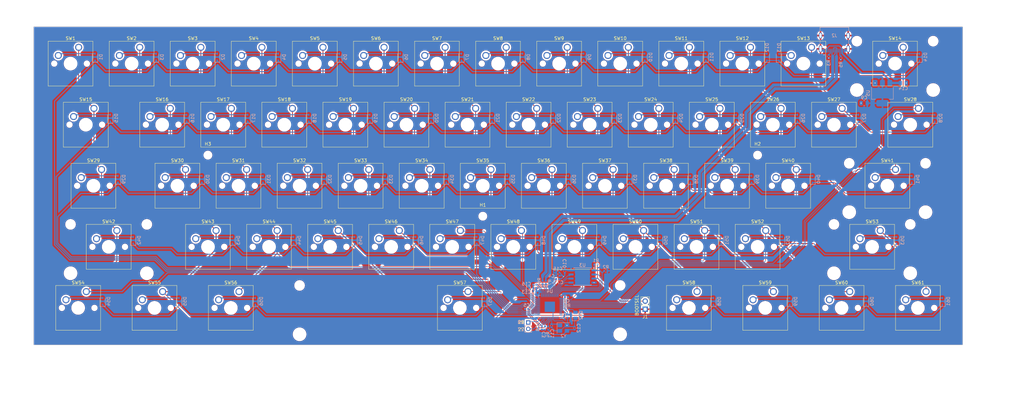
<source format=kicad_pcb>
(kicad_pcb (version 20240108) (generator "pcbnew") (generator_version "8.0")
  (title_block (title "Keyboard MK1") (date "2024-04-07") (rev "1") (company "Lard co"))
  (layers (0 "F.Cu" signal) (31 "B.Cu" signal) (34 "B.Paste" user) (35 "F.Paste" user) (36 "B.SilkS" user "B.Silkscreen") (37 "F.SilkS" user "F.Silkscreen") (38 "B.Mask" user) (39 "F.Mask" user) (44 "Edge.Cuts" user))
  (net 0 "")
  (net 1 "GND")
  (net 2 "VBUS")
  (net 3 "/USB_D+")
  (net 4 "/USB_D-")
  (net 5 "/XIN")
  (net 6 "/QSPI_SD3")
  (net 7 "/QSPI_SCLK")
  (net 8 "/QSPI_SD0")
  (net 9 "/QSPI_SD2")
  (net 10 "/QSPI_SD1")
  (net 11 "/QSPI_SS")
  (net 12 "/~{USB_BOOT}")
  (net 13 "/XOUT")
  (net 14 "Net-(U4-USB_DM)")
  (net 15 "Net-(U4-USB_DP)")
  (net 16 "Net-(C12-Pad2)")
  (net 17 "+3V3")
  (net 18 "+1V1")
  (net 20 "/GPIO24")
  (net 21 "/GPIO22")
  (net 24 "/GPIO6")
  (net 25 "/GPIO28")
  (net 26 "/GPIO5")
  (net 28 "/GPIO20")
  (net 29 "/GPIO0")
  (net 30 "/GPIO18")
  (net 33 "/GPIO29")
  (net 34 "/GPIO27")
  (net 35 "/GPIO23")
  (net 36 "/GPIO21")
  (net 39 "/GPIO4")
  (net 40 "/GPIO1")
  (net 41 "/GPIO25")
  (net 42 "/GPIO26")
  (net 44 "/GPIO3")
  (net 45 "Net-(D62-A)")
  (net 46 "/GPIO19")
  (net 48 "/GPIO2")
  (net 49 "Net-(J2-CC1)")
  (net 50 "Net-(J2-CC2)")
  (net 51 "Net-(D1-A)")
  (net 52 "Net-(D2-A)")
  (net 53 "Net-(D3-A)")
  (net 54 "Net-(D4-A)")
  (net 55 "Net-(D5-A)")
  (net 56 "Net-(D6-A)")
  (net 57 "Net-(D7-A)")
  (net 58 "Net-(D8-A)")
  (net 59 "Net-(D9-A)")
  (net 60 "Net-(D10-A)")
  (net 61 "Net-(D11-A)")
  (net 62 "Net-(D12-A)")
  (net 63 "Net-(D13-A)")
  (net 64 "Net-(D14-A)")
  (net 65 "Net-(D15-A)")
  (net 66 "Net-(D16-A)")
  (net 67 "Net-(D17-A)")
  (net 68 "Net-(D18-A)")
  (net 69 "Net-(D19-A)")
  (net 70 "Net-(D20-A)")
  (net 71 "Net-(D21-A)")
  (net 72 "Net-(D22-A)")
  (net 73 "Net-(D23-A)")
  (net 74 "Net-(D24-A)")
  (net 75 "Net-(D25-A)")
  (net 76 "Net-(D26-A)")
  (net 77 "Net-(D27-A)")
  (net 78 "Net-(D28-A)")
  (net 79 "Net-(D29-A)")
  (net 80 "Net-(D30-A)")
  (net 81 "Net-(D31-A)")
  (net 82 "Net-(D32-A)")
  (net 83 "Net-(D33-A)")
  (net 84 "Net-(D34-A)")
  (net 85 "Net-(D35-A)")
  (net 86 "Net-(D36-A)")
  (net 87 "Net-(D37-A)")
  (net 88 "Net-(D38-A)")
  (net 89 "Net-(D39-A)")
  (net 90 "Net-(D40-A)")
  (net 91 "Net-(D41-A)")
  (net 92 "Net-(D42-A)")
  (net 93 "Net-(D43-A)")
  (net 94 "Net-(D44-A)")
  (net 95 "Net-(D45-A)")
  (net 96 "Net-(D46-A)")
  (net 97 "Net-(D47-A)")
  (net 98 "Net-(D48-A)")
  (net 99 "Net-(D49-A)")
  (net 100 "Net-(D50-A)")
  (net 101 "Net-(D51-A)")
  (net 102 "Net-(D52-A)")
  (net 103 "Net-(D53-A)")
  (net 104 "Net-(D54-A)")
  (net 105 "Net-(D55-A)")
  (net 106 "Net-(D56-A)")
  (net 107 "Net-(D57-A)")
  (net 108 "Net-(D58-A)")
  (net 109 "Net-(D59-A)")
  (net 110 "Net-(D60-A)")
  (net 111 "Net-(D61-A)")
  (net 112 "Net-(U4-GPIO7)")
  (net 113 "Net-(J5-Pin_1)")
  (net 114 "Net-(J5-Pin_2)")
  (footprint "Button_Switch_Keyboard:SW_Cherry_MX_1.00u_PCB" (layer "F.Cu") (at 283.065 183.87)
    (property "Reference" "SW27")
    (property "Value" "DNP")
  )
  (footprint "Button_Switch_Keyboard:SW_Cherry_MX_1.00u_PCB" (layer "F.Cu") (at 130.665 183.87)
    (property "Reference" "SW19")
    (property "Value" "DNP")
  )
  (footprint "Button_Switch_Keyboard:SW_Cherry_MX_1.00u_PCB" (layer "F.Cu") (at 78.2775 202.92)
    (property "Reference" "SW30")
    (property "Value" "DNP")
  )
  (footprint "Button_Switch_Keyboard:SW_Cherry_MX_1.00u_PCB" (layer "F.Cu") (at 97.3275 202.92)
    (property "Reference" "SW31")
    (property "Value" "DNP")
  )
  (footprint "Button_Switch_Keyboard:SW_Cherry_MX_2.25u_PCB" (layer "F.Cu") (at 56.84625 221.97)
    (property "Reference" "SW42")
    (property "Value" "DNP")
  )
  (footprint "Button_Switch_Keyboard:SW_Cherry_MX_1.00u_PCB" (layer "F.Cu") (at 187.815 183.87)
    (property "Reference" "SW22")
    (property "Value" "DNP")
  )
  (footprint "Button_Switch_Keyboard:SW_Cherry_MX_1.00u_PCB" (layer "F.Cu") (at 102.09 164.82)
    (property "Reference" "SW4")
    (property "Value" "DNP")
  )
  (footprint "Connector_PinHeader_2.54mm:PinHeader_1x02_P2.54mm_Vertical" (layer "F.Cu") (at 221.65 246.525 180)
    (property "Reference" "J1")
    (property "Value" "DNP")
  )
  (footprint "Button_Switch_Keyboard:SW_Cherry_MX_1.00u_PCB" (layer "F.Cu") (at 121.14 164.82)
    (property "Reference" "SW5")
    (property "Value" "DNP")
  )
  (footprint "Button_Switch_Keyboard:SW_Cherry_MX_6.25u_PCB" (layer "F.Cu") (at 166.38375 241.02)
    (property "Reference" "SW57")
    (property "Value" "DNP")
  )
  (footprint "Button_Switch_Keyboard:SW_Cherry_MX_1.00u_PCB" (layer "F.Cu") (at 259.2525 221.97)
    (property "Reference" "SW52")
    (property "Value" "DNP")
  )
  (footprint "Button_Switch_Keyboard:SW_Cherry_MX_2.25u_PCB" (layer "F.Cu") (at 299.73375 202.92)
    (property "Reference" "SW41")
    (property "Value" "DNP")
  )
  (footprint "Button_Switch_Keyboard:SW_Cherry_MX_1.00u_PCB" (layer "F.Cu") (at 168.765 183.87)
    (property "Reference" "SW21")
    (property "Value" "DNP")
  )
  (footprint "Button_Switch_Keyboard:SW_Cherry_MX_1.00u_PCB" (layer "F.Cu") (at 83.04 164.82)
    (property "Reference" "SW3")
    (property "Value" "DNP")
  )
  (footprint "Button_Switch_Keyboard:SW_Cherry_MX_1.00u_PCB" (layer "F.Cu") (at 178.29 164.82)
    (property "Reference" "SW8")
    (property "Value" "DNP")
  )
  (footprint "Button_Switch_Keyboard:SW_Cherry_MX_1.00u_PCB" (layer "F.Cu") (at 249.7275 202.92)
    (property "Reference" "SW39")
    (property "Value" "DNP")
  )
  (footprint "Button_Switch_Keyboard:SW_Cherry_MX_1.00u_PCB" (layer "F.Cu") (at 225.915 183.87)
    (property "Reference" "SW24")
    (property "Value" "DNP")
  )
  (footprint "Button_Switch_Keyboard:SW_Cherry_MX_1.25u_PCB" (layer "F.Cu") (at 71.13375 241.02)
    (property "Reference" "SW55")
    (property "Value" "DNP")
  )
  (footprint "Button_Switch_Keyboard:SW_Cherry_MX_1.25u_PCB" (layer "F.Cu") (at 261.63375 241.02)
    (property "Reference" "SW59")
    (property "Value" "DNP")
  )
  (footprint "Button_Switch_Keyboard:SW_Cherry_MX_1.00u_PCB" (layer "F.Cu") (at 235.44 164.82)
    (property "Reference" "SW11")
    (property "Value" "DNP")
  )
  (footprint "Button_Switch_Keyboard:SW_Cherry_MX_1.00u_PCB" (layer "F.Cu") (at 164.0025 221.97)
    (property "Reference" "SW47")
    (property "Value" "DNP")
  )
  (footprint "Button_Switch_Keyboard:SW_Cherry_MX_1.00u_PCB" (layer "F.Cu") (at 135.4275 202.92)
    (property "Reference" "SW33")
    (property "Value" "DNP")
  )
  (footprint "Button_Switch_Keyboard:SW_Cherry_MX_1.25u_PCB" (layer "F.Cu") (at 47.32125 241.02)
    (property "Reference" "SW54")
    (property "Value" "DNP")
  )
  (footprint "Button_Switch_Keyboard:SW_Cherry_MX_1.25u_PCB" (layer "F.Cu") (at 94.94625 241.02)
    (property "Reference" "SW56")
    (property "Value" "DNP")
  )
  (footprint "Button_Switch_Keyboard:SW_Cherry_MX_1.00u_PCB" (layer "F.Cu") (at 149.715 183.87)
    (property "Reference" "SW20")
    (property "Value" "DNP")
  )
  (footprint "Button_Switch_Keyboard:SW_Cherry_MX_1.00u_PCB" (layer "F.Cu") (at 206.865 183.87)
    (property "Reference" "SW23")
    (property "Value" "DNP")
  )
  (footprint "Button_Switch_Keyboard:SW_Cherry_MX_1.00u_PCB" (layer "F.Cu") (at 268.7775 202.92)
    (property "Reference" "SW40")
    (property "Value" "DNP")
  )
  (footprint "Button_Switch_Keyboard:SW_Cherry_MX_1.00u_PCB" (layer "F.Cu") (at 244.965 183.87)
    (property "Reference" "SW25")
    (property "Value" "DNP")
  )
  (footprint "Button_Switch_Keyboard:SW_Cherry_MX_1.00u_PCB" (layer "F.Cu") (at 273.54 164.82)
    (property "Reference" "SW13")
    (property "Value" "DNP")
  )
  (footprint "Button_Switch_Keyboard:SW_Cherry_MX_1.00u_PCB" (layer "F.Cu") (at 154.4775 202.92)
    (property "Reference" "SW34")
    (property "Value" "DNP")
  )
  (footprint "Button_Switch_Keyboard:SW_Cherry_MX_1.00u_PCB" (layer "F.Cu") (at 216.39 164.82)
    (property "Reference" "SW10")
    (property "Value" "DNP")
  )
  (footprint "Button_Switch_Keyboard:SW_Cherry_MX_1.00u_PCB" (layer "F.Cu") (at 159.24 164.82)
    (property "Reference" "SW7")
    (property "Value" "DNP")
  )
  (footprint "Button_Switch_Keyboard:SW_Cherry_MX_1.00u_PCB" (layer "F.Cu") (at 264.015 183.87)
    (property "Reference" "SW26")
    (property "Value" "DNP")
  )
  (footprint "MountingHole:MountingHole_2.5mm" (layer "F.Cu") (at 85.25 198.45)
    (property "Reference" "H3")
    (property "Value" "MountingHole")
  )
  (footprint "Button_Switch_Keyboard:SW_Cherry_MX_1.00u_PCB" (layer "F.Cu") (at 211.6275 202.92)
    (property "Reference" "SW37")
    (property "Value" "DNP")
  )
  (footprint "Button_Switch_Keyboard:SW_Cherry_MX_2.75u_PCB" (layer "F.Cu") (at 294.97125 221.97)
    (property "Reference" "SW53")
    (property "Value" "DNP")
  )
  (footprint "Button_Switch_Keyboard:SW_Cherry_MX_2.00u_PCB" (layer "F.Cu") (at 302.115 164.82)
    (property "Reference" "SW14")
    (property "Value" "DNP")
  )
  (footprint "Button_Switch_Keyboard:SW_Cherry_MX_1.25u_PCB" (layer "F.Cu") (at 237.82125 241.02)
    (property "Reference" "SW58")
    (property "Value" "DNP")
  )
  (footprint "Button_Switch_Keyboard:SW_Cherry_MX_1.00u_PCB" (layer "F.Cu") (at 73.515 183.87)
    (property "Reference" "SW16")
    (property "Value" "DNP")
  )
  (footprint "Button_Switch_Keyboard:SW_Cherry_MX_1.00u_PCB" (layer "F.Cu") (at 116.3775 202.92)
    (property "Reference" "SW32")
    (property "Value" "DNP")
  )
  (footprint "Button_Switch_Keyboard:SW_Cherry_MX_1.00u_PCB" (layer "F.Cu") (at 63.99 164.82)
    (property "Reference" "SW2")
    (property "Value" "DNP")
  )
  (footprint "Button_Switch_Keyboard:SW_Cherry_MX_1.00u_PCB" (layer "F.Cu") (at 197.34 164.82)
    (property "Reference" "SW9")
    (property "Value" "DNP")
  )
  (footprint "Button_Switch_Keyboard:SW_Cherry_MX_1.00u_PCB" (layer "F.Cu") (at 144.9525 221.97)
    (property "Reference" "SW46")
    (property "Value" "DNP")
  )
  (footprint "Button_Switch_Keyboard:SW_Cherry_MX_1.00u_PCB" (layer "F.Cu") (at 106.8525 221.97)
    (property "Reference" "SW44")
    (property "Value" "DNP")
  )
  (footprint "MountingHole:MountingHole_2.5mm" (layer "F.Cu") (at 171 217.5)
    (property "Reference" "H1")
    (property "Value" "MountingHole")
  )
  (footprint "Button_Switch_Keyboard:SW_Cherry_MX_1.00u_PCB" (layer "F.Cu") (at 173.5275 202.92)
    (property "Reference" "SW35")
    (property "Value" "DNP")
  )
  (footprint "Button_Switch_Keyboard:SW_Cherry_MX_1.00u_PCB" (layer "F.Cu") (at 140.19 164.82)
    (property "Reference" "SW6")
    (property "Value" "DNP")
  )
  (footprint "Button_Switch_Keyboard:SW_Cherry_MX_1.00u_PCB" (layer "F.Cu") (at 230.6775 202.92)
    (property "Reference" "SW38")
    (property "Value" "DNP")
  )
  (footprint "Button_Switch_Keyboard:SW_Cherry_MX_1.00u_PCB" (layer "F.Cu") (at 254.49 164.82)
    (property "Reference" "SW12")
    (property "Value" "DNP")
  )
  (footprint "Button_Switch_Keyboard:SW_Cherry_MX_1.00u_PCB" (layer "F.Cu") (at 240.2025 221.97)
    (property "Reference" "SW51")
    (property "Value" "DNP")
  )
  (footprint "Button_Switch_Keyboard:SW_Cherry_MX_1.25u_PCB" (layer "F.Cu") (at 285.44625 241.02)
    (property "Reference" "SW60")
    (property "Value" "DNP")
  )
  (footprint "Button_Switch_Keyboard:SW_Cherry_MX_1.50u_PCB" (layer "F.Cu") (at 49.7025 183.87)
    (property "Reference" "SW15")
    (property "Value" "DNP")
  )
  (footprint "Button_Switch_Keyboard:SW_Cherry_MX_1.00u_PCB" (layer "F.Cu") (at 92.565 183.87)
    (property "Reference" "SW17")
    (property "Value" "DNP")
  )
  (footprint "Button_Switch_Keyboard:SW_Cherry_MX_1.00u_PCB" (layer "F.Cu") (at 125.9025 221.97)
    (property "Reference" "SW45")
    (property "Value" "DNP")
  )
  (footprint "Button_Switch_Keyboard:SW_Cherry_MX_1.00u_PCB" (layer "F.Cu") (at 202.1025 221.97)
    (property "Reference" "SW49")
    (property "Value" "DNP")
  )
  (footprint "MountingHole:MountingHole_2.5mm" (layer "F.Cu") (at 256.7 198.45)
    (property "Reference" "H2")
    (property "Value" "MountingHole")
  )
  (footprint "Button_Switch_Keyboard:SW_Cherry_MX_1.00u_PCB" (layer "F.Cu") (at 87.8025 221.97)
    (property "Reference" "SW43")
    (property "Value" "DNP")
  )
  (footprint "Button_Switch_Keyboard:SW_Cherry_MX_1.00u_PCB" (layer "F.Cu") (at 183.0525 221.97)
    (property "Reference" "SW48")
    (property "Value" "DNP")
  )
  (footprint "Button_Switch_Keyboard:SW_Cherry_MX_1.75u_PCB" (layer "F.Cu") (at 52.08375 202.92)
    (property "Reference" "SW29")
    (property "Value" "DNP")
  )
  (footprint "Button_Switch_Keyboard:SW_Cherry_MX_1.00u_PCB" (layer "F.Cu") (at 221.1525 221.97)
    (property "Reference" "SW50")
    (property "Value" "DNP")
  )
  (footprint "Button_Switch_Keyboard:SW_Cherry_MX_1.50u_PCB" (layer "F.Cu") (at 306.8775 183.87)
    (property "Reference" "SW28")
    (property "Value" "DNP")
  )
  (footprint "Button_Switch_Keyboard:SW_Cherry_MX_1.25u_PCB" (layer "F.Cu") (at 309.25875 241.02)
    (property "Reference" "SW61")
    (property "Value" "DNP")
  )
  (footprint "Button_Switch_Keyboard:SW_Cherry_MX_1.00u_PCB" (layer "F.Cu") (at 192.5775 202.92)
    (property "Reference" "SW36")
    (property "Value" "DNP")
  )
  (footprint "Button_Switch_Keyboard:SW_Cherry_MX_1.00u_PCB" (layer "F.Cu") (at 44.94 164.82)
    (property "Reference" "SW1")
    (property "Value" "DNP")
  )
  (footprint "Button_Switch_Keyboard:SW_Cherry_MX_1.00u_PCB" (layer "F.Cu") (at 111.615 183.87)
    (property "Reference" "SW18")
    (property "Value" "DNP")
  )
  (footprint "Diode_SMD:D_SOD-323" (layer "B.Cu") (at 76.21375 244.05 90)
    (property "Reference" "D55")
    (property "Value" "D")
  )
  (footprint "Diode_SMD:D_SOD-323" (layer "B.Cu") (at 207.1825 225 90)
    (property "Reference" "D49")
    (property "Value" "D")
  )
  (footprint "Diode_SMD:D_SOD-323" (layer "B.Cu") (at 52.40125 244.05 90)
    (property "Reference" "D54")
    (property "Value" "D")
  )
  (footprint "Diode_SMD:D_SOD-323" (layer "B.Cu") (at 221.47 167.85 90)
    (property "Reference" "D10")
    (property "Value" "D")
  )
  (footprint "Diode_SMD:D_SOD-323" (layer "B.Cu") (at 211.945 186.9 90)
    (property "Reference" "D23")
    (property "Value" "D")
  )
  (footprint "Capacitor_SMD:C_0402_1005Metric" (layer "B.Cu") (at 199.65 252.4 -90)
    (property "Reference" "C12")
    (property "Value" "15p")
  )
  (footprint "Crystal:Crystal_SMD_Abracon_ABM8G-4Pin_3.2x2.5mm" (layer "B.Cu") (at 196.15 252.4)
    (property "Reference" "Y2")
    (property "Value" "ABM8-272-T3")
  )
  (footprint "Package_DFN_QFN:QFN-56-1EP_7x7mm_P0.4mm_EP3.2x3.2mm" (layer "B.Cu") (at 191.9 245.75 180)
    (property "Reference" "U4")
    (property "Value" "RP2040")
  )
  (footprint "Diode_SMD:D_SOD-323" (layer "B.Cu") (at 188.1325 225 90)
    (property "Reference" "D48")
    (property "Value" "D")
  )
  (footprint "Capacitor_SMD:C_0402_1005Metric" (layer "B.Cu") (at 184.65 246.4 180)
    (property "Reference" "C5")
    (property "Value" "100n")
  )
  (footprint "Capacitor_SMD:C_0402_1005Metric" (layer "B.Cu") (at 189.4 252.4 -90)
    (property "Reference" "C8")
    (property "Value" "100n")
  )
  (footprint "Diode_SMD:D_SOD-323" (layer "B.Cu") (at 226.2325 225 90)
    (property "Reference" "D50")
    (property "Value" "D")
  )
  (footprint "Diode_SMD:D_SOD-323" (layer "B.Cu") (at 264.3325 225 90)
    (property "Reference" "D52")
    (property "Value" "D")
  )
  (footprint "Diode_SMD:D_SOD-323" (layer "B.Cu") (at 304.81375 205.95 90)
    (property "Reference" "D41")
    (property "Value" "D")
  )
  (footprint "Capacitor_SMD:C_0402_1005Metric" (layer "B.Cu") (at 194.374 237.076)
    (property "Reference" "C7")
    (property "Value" "100n")
  )
  (footprint "Capacitor_SMD:C_0402_1005Metric" (layer "B.Cu") (at 187.201 238.854 180)
    (property "Reference" "C16")
    (property "Value" "1u")
  )
  (footprint "Capacitor_SMD:C_0402_1005Metric" (layer "B.Cu") (at 187.201 240.886 180)
    (property "Reference" "C13")
    (property "Value" "100n")
  )
  (footprint "Diode_SMD:D_SOD-323" (layer "B.Cu") (at 126.22 167.85 90)
    (property "Reference" "D5")
    (property "Value" "D")
  )
  (footprint "LED_SMD:LED_0805_2012Metric" (layer "B.Cu") (at 199.9 248.4 90)
    (property "Reference" "D62")
    (property "Value" "LED")
  )
  (footprint "Resistor_SMD:R_0402_1005Metric" (layer "B.Cu") (at 282.65 168.16 90)
    (property "Reference" "R5")
    (property "Value" "5.1k")
  )
  (footprint "Diode_SMD:D_SOD-323" (layer "B.Cu") (at 216.7075 205.95 90)
    (property "Reference" "D37")
    (property "Value" "D")
  )
  (footprint "Diode_SMD:D_SOD-323" (layer "B.Cu") (at 230.995 186.9 90)
    (property "Reference" "D24")
    (property "Value" "D")
  )
  (footprint "Capacitor_SMD:C_0402_1005Metric" (layer "B.Cu") (at 194.402 236.06)
    (property "Reference" "C4")
    (property "Value" "100n")
  )
  (footprint "Diode_SMD:D_SOD-323" (layer "B.Cu") (at 300.05125 225 90)
    (property "Reference" "D53")
    (property "Value" "D")
  )
  (footprint "Diode_SMD:D_SOD-323" (layer "B.Cu") (at 269.095 186.9 90)
    (property "Reference" "D26")
    (property "Value" "D")
  )
  (footprint "Package_TO_SOT_SMD:SOT-223-3_TabPin2" (layer "B.Cu") (at 295.65 179.1 -90)
    (property "Reference" "U5")
    (property "Value" "NCP1117-3.3_SOT223")
  )
  (footprint "Diode_SMD:D_SOD-323" (layer "B.Cu") (at 171.46375 244.05 90)
    (property "Reference" "D57")
    (property "Value" "D")
  )
  (footprint "Connector_PinHeader_2.00mm:PinHeader_1x02_P2.00mm_Vertical" (layer "B.Cu") (at 185.15 250.65 180)
    (property "Reference" "J5" (hide yes))
    (property "Value" "DNP")
  )
  (footprint "Diode_SMD:D_SOD-323" (layer "B.Cu") (at 192.895 186.9 90)
    (property "Reference" "D22")
    (property "Value" "D")
  )
  (footprint "Diode_SMD:D_SOD-323" (layer "B.Cu") (at 83.3575 205.95 90)
    (property "Reference" "D30")
    (property "Value" "D")
  )
  (footprint "Resistor_SMD:R_0402_1005Metric" (layer "B.Cu") (at 209.370043 234.549315 180)
    (property "Reference" "R2")
    (property "Value" "DNP")
  )
  (footprint "Capacitor_SMD:C_0402_1005Metric" (layer "B.Cu") (at 194.402 235.044)
    (property "Reference" "C15")
    (property "Value" "100n")
  )
  (footprint "Resistor_SMD:R_0402_1005Metric" (layer "B.Cu") (at 278.9 167.66 -90)
    (property "Reference" "R3")
    (property "Value" "5.1k")
  )
  (footprint "Diode_SMD:D_SOD-323" (layer "B.Cu") (at 50.02 167.85 90)
    (property "Reference" "D1")
    (property "Value" "D")
  )
  (footprint "Diode_SMD:D_SOD-323" (layer "B.Cu") (at 245.2825 225 90)
    (property "Reference" "D51")
    (property "Value" "D")
  )
  (footprint "Diode_SMD:D_SOD-323" (layer "B.Cu") (at 154.795 186.9 90)
    (property "Reference" "D20")
    (property "Value" "D")
  )
  (footprint "Diode_SMD:D_SOD-323" (layer "B.Cu") (at 263.4 167.9 90)
    (property "Reference" "D13")
    (property "Value" "D")
  )
  (footprint "Diode_SMD:D_SOD-323" (layer "B.Cu") (at 242.90125 244.05 90)
    (property "Reference" "D58")
    (property "Value" "D")
  )
  (footprint "Diode_SMD:D_SOD-323" (layer "B.Cu") (at 102.4075 205.95 90)
    (property "Reference" "D31")
    (property "Value" "D")
  )
  (footprint "Diode_SMD:D_SOD-323" (layer "B.Cu") (at 173.845 186.9 90)
    (property "Reference" "D21")
    (property "Value" "D")
  )
  (footprint "Resistor_SMD:R_0402_1005Metric" (layer "B.Cu") (at 191.4 252.4 -90)
    (property "Reference" "R4")
    (property "Value" "1k")
  )
  (footprint "Diode_SMD:D_SOD-323" (layer "B.Cu") (at 54.7825 186.9 90)
    (property "Reference" "D15")
    (property "Value" "D")
  )
  (footprint "Diode_SMD:D_SOD-323" (layer "B.Cu") (at 307.195 167.85 90)
    (property "Reference" "D14")
    (property "Value" "D")
  )
  (footprint "Diode_SMD:D_SOD-323" (layer "B.Cu") (at 178.6075 205.95 90)
    (property "Reference" "D35")
    (property "Value" "D")
  )
  (footprint "Diode_SMD:D_SOD-323" (layer "B.Cu") (at 78.595 186.9 90)
    (property "Reference" "D16")
    (property "Value" "D")
  )
  (footprint "Diode_SMD:D_SOD-323" (layer "B.Cu") (at 290.52625 244.05 90)
    (property "Reference" "D60")
    (property "Value" "D")
  )
  (footprint "Resistor_SMD:R_0402_1005Metric" (layer "B.Cu") (at 189.65 238.15 -90)
    (property "Reference" "R8")
    (property "Value" "27.4")
  )
  (footprint "Diode_SMD:D_SOD-323" (layer "B.Cu") (at 266.71375 244.05 90)
    (property "Reference" "D59")
    (property "Value" "D")
  )
  (footprint "Diode_SMD:D_SOD-323" (layer "B.Cu") (at 250.045 186.9 90)
    (property "Reference" "D25")
    (property "Value" "D")
  )
  (footprint "Diode_SMD:D_SOD-323" (layer "B.Cu") (at 92.8825 225 90)
    (property "Reference" "D43")
    (property "Value" "D")
  )
  (footprint "Diode_SMD:D_SOD-323" (layer "B.Cu") (at 311.9575 186.9 90)
    (property "Reference" "D28")
    (property "Value" "D")
  )
  (footprint "Resistor_SMD:R_0402_1005Metric" (layer "B.Cu") (at 197.4 246.65)
    (property "Reference" "R6")
    (property "Value" "470")
  )
  (footprint "Diode_SMD:D_SOD-323" (layer "B.Cu") (at 61.92625 225 90)
    (property "Reference" "D42")
    (property "Value" "D")
  )
  (footprint "Capacitor_SMD:C_0805_2012Metric" (layer "B.Cu") (at 289.95 182.225 180)
    (property "Reference" "C9")
    (property "Value" "10u")
  )
  (footprint "Diode_SMD:D_SOD-323" (layer "B.Cu") (at 159.5575 205.95 90)
    (property "Reference" "D34")
    (property "Value" "D")
  )
  (footprint "Resistor_SMD:R_0402_1005Metric" (layer "B.Cu") (at 190.65 238.15 90)
    (property "Reference" "R7")
    (property "Value" "27.4")
  )
  (footprint "Diode_SMD:D_SOD-323" (layer "B.Cu") (at 121.4575 205.95 90)
    (property "Reference" "D32")
    (property "Value" "D")
  )
  (footprint "Capacitor_SMD:C_0402_1005Metric" (layer "B.Cu") (at 197.4 248.65 -90)
    (property "Reference" "C2")
    (property "Value" "100n")
  )
  (footprint "Capacitor_SMD:C_0805_2012Metric" (layer "B.Cu") (at 302.15 175.95)
    (property "Reference" "C14")
    (property "Value" "10u")
  )
  (footprint "Resistor_SMD:R_0402_1005Metric" (layer "B.Cu") (at 206.260043 232.549315)
    (property "Reference" "R1")
    (property "Value" "1k")
  )
  (footprint "Diode_SMD:D_SOD-323" (layer "B.Cu") (at 240.52 167.85 90)
    (property "Reference" "D11")
    (property "Value" "D")
  )
  (footprint "Capacitor_SMD:C_0402_1005Metric" (layer "B.Cu") (at 196.561 234.663 -90)
    (property "Reference" "C10")
    (property "Value" "100n")
  )
  (footprint "Diode_SMD:D_SOD-323" (layer "B.Cu") (at 88.12 167.85 90)
    (property "Reference" "D2")
    (property "Value" "D")
  )
  (footprint "Capacitor_SMD:C_0402_1005Metric" (layer "B.Cu") (at 187.201 239.87 180)
    (property "Reference" "C1")
    (property "Value" "1u")
  )
  (footprint "Diode_SMD:D_SOD-323" (layer "B.Cu") (at 135.745 186.9 90)
    (property "Reference" "D19")
    (property "Value" "D")
  )
  (footprint "Capacitor_SMD:C_0402_1005Metric" (layer "B.Cu") (at 190.4 252.4 -90)
    (property "Reference" "C3")
    (property "Value" "100n")
  )
  (footprint "Capacitor_SMD:C_0402_1005Metric" (layer "B.Cu") (at 197.107 242.749315)
    (property "Reference" "C6")
    (property "Value" "100n")
  )
  (footprint "Diode_SMD:D_SOD-323" (layer "B.Cu") (at 145.27 167.85 90)
    (property "Reference" "D6")
    (property "Value" "D")
  )
  (footprint "Diode_SMD:D_SOD-323" (layer "B.Cu") (at 116.695 186.9 90)
    (property "Reference" "D18")
    (property "Value" "D")
  )
  (footprint "Diode_SMD:D_SOD-323" (layer "B.Cu") (at 169.0825 225 90)
    (property "Reference" "D47")
    (property "Value" "D")
  )
  (footprint "Diode_SMD:D_SOD-323" (layer "B.Cu") (at 150.0325 225 90)
    (property "Reference" "D46")
    (property "Value" "D")
  )
  (footprint "Diode_SMD:D_SOD-323" (layer "B.Cu") (at 288.145 186.9 90)
    (property "Reference" "D27")
    (property "Value" "D")
  )
  (footprint "Diode_SMD:D_SOD-323" (layer "B.Cu") (at 259.57 167.85 90)
    (property "Reference" "D12")
    (property "Value" "D")
  )
  (footprint "Diode_SMD:D_SOD-323" (layer "B.Cu") (at 254.8075 205.95 90)
    (property "Reference" "D39")
    (property "Value" "D")
  )
  (footprint "Diode_SMD:D_SOD-323" (layer "B.Cu") (at 235.7575 205.95 90)
    (property "Reference" "D38")
    (property "Value" "D")
  )
  (footprint "Diode_SMD:D_SOD-323" (layer "B.Cu") (at 57.16375 205.95 90)
    (property "Reference" "D29")
    (property "Value" "D")
  )
  (footprint "Diode_SMD:D_SOD-323" (layer "B.Cu") (at 69.07 167.85 90)
    (property "Reference" "D3")
    (property "Value" "D")
  )
  (footprint "Diode_SMD:D_SOD-323" (layer "B.Cu") (at 164.32 167.85 90)
    (property "Reference" "D7")
    (property "Value" "D")
  )
  (footprint "Diode_SMD:D_SOD-323" (layer "B.Cu") (at 130.9825 225 90)
    (property "Reference" "D45")
    (property "Value" "D")
  )
  (footprint "Diode_SMD:D_SOD-323" (layer "B.Cu") (at 100.02625 244.05 90)
    (property "Reference" "D56")
    (property "Value" "D")
  )
  (footprint "Diode_SMD:D_SOD-323" (layer "B.Cu") (at 273.8575 205.95 90)
    (property "Reference" "D40")
    (property "Value" "D")
  )
  (footprint "Diode_SMD:D_SOD-323" (layer "B.Cu") (at 111.9325 225 90)
    (property "Reference" "D44")
    (property "Value" "D")
  )
  (footprint "Capacitor_SMD:C_0402_1005Metric" (layer "B.Cu") (at 192.4 251.65 90)
    (property "Reference" "C11")
    (property "Value" "15p")
  )
  (footprint "Package_SO:SOIC-8_5.23x5.23mm_P1.27mm" (layer "B.Cu") (at 202.102043 236.313315 180)
    (property "Reference" "U3")
    (property "Value" "W25Q32JVSS")
  )
  (footprint "Diode_SMD:D_SOD-323" (layer "B.Cu") (at 97.645 186.9 90)
    (property "Reference" "D17")
    (property "Value" "D")
  )
  (footprint "KH-TYPE-C-16P:KINGHELM_KH-TYPE-C-16P" (layer "B.Cu") (at 280.65 161.15)
    (property "Reference" "J2")
    (property "Value" "KH-TYPE-C-16P")
  )
  (footprint "Diode_SMD:D_SOD-323" (layer "B.Cu") (at 202.42 167.85 90)
    (property "Reference" "D9")
    (property "Value" "D")
  )
  (footprint "Diode_SMD:D_SOD-323" (layer "B.Cu") (at 107.17 167.85 90)
    (property "Reference" "D4")
    (property "Value" "D")
  )
  (footprint "Diode_SMD:D_SOD-323" (layer "B.Cu") (at 140.5075 205.95 90)
    (property "Reference" "D33")
    (property "Value" "D")
  )
  (footprint "Diode_SMD:D_SOD-323" (layer "B.Cu") (at 197.6575 205.95 90)
    (property "Reference" "D36")
    (property "Value" "D")
  )
  (footprint "Diode_SMD:D_SOD-323" (layer "B.Cu") (at 314.33875 244.05 90)
    (property "Reference" "D61")
    (property "Value" "D")
  )
  (footprint "Diode_SMD:D_SOD-323" (layer "B.Cu") (at 183.37 167.85 90)
    (property "Reference" "D8")
    (property "Value" "D")
  )
  (gr_rect (start 30.9 158.4) (end 320.65 257.65) (stroke (width 0.1)) (fill none) (layer "Edge.Cuts"))
  (gr_text "27" (at 183.9 253.4 0) (layer "B.SilkS") (effects (font (size 1 1)) (justify left bottom mirror)))
  (gr_text "28" (at 183.9 251.15 0) (layer "B.SilkS") (effects (font (size 1 1)) (justify left bottom mirror)))
  (gr_text "BOOTSEL" (at 219.65 248.65 90) (layer "F.SilkS") (effects (font (size 1 1)) (justify left bottom)))
  (gr_text "27" (at 181.9 253.4 0) (layer "F.SilkS") (effects (font (size 1 1)) (justify left bottom)))
  (gr_text "28" (at 181.9 251.15 0) (layer "F.SilkS") (effects (font (size 1 1)) (justify left bottom)))
  (via (at 190.4 252.88) (size 0.2) (drill 0.15) (layers "F.Cu" "B.Cu") (net 1))
  (via (at 196.181959 236.343959) (size 0.3) (drill 0.25) (layers "F.Cu" "B.Cu") (net 1))
  (via (at 184.17 246.4) (size 0.2) (drill 0.15) (layers "F.Cu" "B.Cu") (net 1))
  (via (at 278.9 168.16) (size 0.3) (drill 0.25) (layers "F.Cu" "B.Cu") (net 1))
  (via (at 197.587 242.749315) (size 0.2) (drill 0.15) (layers "F.Cu" "B.Cu") (net 1))
  (via (at 289 182.225) (size 0.4) (drill 0.3) (layers "F.Cu" "B.Cu") (net 1))
  (via (at 205.702043 238.218315) (size 0.3) (drill 0.25) (layers "F.Cu" "B.Cu") (net 1))
  (via (at 186.721 238.854) (size 0.2) (drill 0.15) (layers "F.Cu" "B.Cu") (net 1))
  (via (at 197.25 251.55) (size 0.4) (drill 0.3) (layers "F.Cu" "B.Cu") (net 1))
  (via (at 282.65 168.66) (size 0.3) (drill 0.25) (layers "F.Cu" "B.Cu") (net 1))
  (via (at 303.1 175.95) (size 0.4) (drill 0.3) (layers "F.Cu" "B.Cu") (net 1))
  (via (at 293.35 175.95) (size 0.4) (drill 0.3) (layers "F.Cu" "B.Cu") (net 1))
  (segment (start 195.05 253.25) (end 195.2 253.25) (width 0.2) (layer "B.Cu") (net 1))
  (segment (start 184.17 246.4) (end 184.15 246.4) (width 0.25) (layer "B.Cu") (net 1))
  (segment (start 193.32864 250.15) (end 192.9 249.72136) (width 0.2) (layer "B.Cu") (net 1))
  (segment (start 192.9 249.1875) (end 192.9 246.75) (width 0.2) (layer "B.Cu") (net 1))
  (segment (start 196.561 235.143) (end 196.561 235.992918) (width 0.2) (layer "B.Cu") (net 1))
  (segment (start 284.395 165.875) (end 284.97 165.3) (width 0.5) (layer "B.Cu") (net 1))
  (segment (start 196.561 235.143) (end 196.561 235.964918) (width 0.3) (layer "B.Cu") (net 1))
  (segment (start 276.905 165.875) (end 276.33 165.3) (width 0.5) (layer "B.Cu") (net 1))
  (segment (start 197.25 251.55) (end 196.85 251.15) (width 0.3) (layer "B.Cu") (net 1))
  (segment (start 196.85 251.15) (end 196.844728 251.15) (width 0.25) (layer "B.Cu") (net 1))
  (segment (start 195.449918 237.076) (end 196.181959 236.343959) (width 0.3) (layer "B.Cu") (net 1))
  (segment (start 191.9 245.75) (end 191.75 245.75) (width 0.2) (layer "B.Cu") (net 1))
  (segment (start 186.721 238.854) (end 186.721 239.87) (width 0.25) (layer "B.Cu") (net 1))
  (segment (start 199.65 251.92) (end 197.62 251.92) (width 0.3) (layer "B.Cu") (net 1))
  (segment (start 195.85 250.15) (end 193.32864 250.15) (width 0.2) (layer "B.Cu") (net 1))
  (segment (start 194.48 253.25) (end 195.05 253.25) (width 0.2) (layer "B.Cu") (net 1))
  (segment (start 193.52 253.25) (end 195.05 253.25) (width 0.3) (layer "B.Cu") (net 1))
  (segment (start 197.4 249.13) (end 197.4 251.4) (width 0.2) (layer "B.Cu") (net 1))
  (segment (start 283.85 165.875) (end 284.395 165.875) (width 0.5) (layer "B.Cu") (net 1))
  (segment (start 199.65 250.15) (end 199.65 251.92) (width 0.2) (layer "B.Cu") (net 1))
  (segment (start 192.9 249.72136) (end 192.9 249.1875) (width 0.2) (layer "B.Cu") (net 1))
  (segment (start 194.882 236.06) (end 195.898 236.06) (width 0.3) (layer "B.Cu") (net 1))
  (segment (start 194.854 237.076) (end 195.449918 237.076) (width 0.3) (layer "B.Cu") (net 1))
  (segment (start 194.7 252.9) (end 195.05 253.25) (width 0.3) (layer "B.Cu") (net 1))
  (segment (start 196.9 251.55) (end 197.25 251.55) (width 0.2) (layer "B.Cu") (net 1))
  (segment (start 277.45 165.875) (end 276.905 165.875) (width 0.5) (layer "B.Cu") (net 1))
  (segment (start 199.9 249.3375) (end 199.9 249.9) (width 0.2) (layer "B.Cu") (net 1))
  (segment (start 196.561 235.964918) (end 196.181959 236.343959) (width 0.3) (layer "B.Cu") (net 1))
  (segment (start 196.561 235.992918) (end 196.209959 236.343959) (width 0.2) (layer "B.Cu") (net 1))
  (segment (start 196.209959 236.343959) (end 196.181959 236.343959) (width 0.2) (layer "B.Cu") (net 1))
  (segment (start 195.2 253.25) (end 196.9 251.55) (width 0.2) (layer "B.Cu") (net 1))
  (segment (start 199.9 249.9) (end 199.65 250.15) (width 0.2) (layer "B.Cu") (net 1))
  (segment (start 194.882 235.044) (end 196.181959 236.343959) (width 0.3) (layer "B.Cu") (net 1))
  (segment (start 186.721 240.886) (end 186.721 239.87) (width 0.25) (layer "B.Cu") (net 1))
  (segment (start 189.4 252.88) (end 190.4 252.88) (width 0.25) (layer "B.Cu") (net 1))
  (segment (start 197.62 251.92) (end 197.25 251.55) (width 0.3) (layer "B.Cu") (net 1))
  (segment (start 197.25 251.55) (end 195.85 250.15) (width 0.2) (layer "B.Cu") (net 1))
  (segment (start 192.4 252.13) (end 193.52 253.25) (width 0.3) (layer "B.Cu") (net 1))
  (segment (start 194.7 252.85) (end 194.7 252.9) (width 0.3) (layer "B.Cu") (net 1))
  (segment (start 192.9 246.75) (end 191.9 245.75) (width 0.2) (layer "B.Cu") (net 1))
  (segment (start 197.4 251.4) (end 197.25 251.55) (width 0.2) (layer "B.Cu") (net 1))
  (segment (start 282.185264 164.4) (end 283.05 165.264736) (width 0.3) (layer "B.Cu") (net 2))
  (segment (start 279.114736 164.4) (end 282.185264 164.4) (width 0.3) (layer "B.Cu") (net 2))
  (segment (start 278.25 165.875) (end 278.25 165.264736) (width 0.3) (layer "B.Cu") (net 2))
  (segment (start 278.25 165.264736) (end 279.114736 164.4) (width 0.3) (layer "B.Cu") (net 2))
  (segment (start 297.95 175.2) (end 297.95 175.95) (width 0.5) (layer "B.Cu") (net 2))
  (segment (start 297.95 175.95) (end 301.2 175.95) (width 0.8) (layer "B.Cu") (net 2))
  (segment (start 283.05 166.7175) (end 289.2325 172.9) (width 0.5) (layer "B.Cu") (net 2))
  (segment (start 295.65 172.9) (end 297.95 175.2) (width 0.5) (layer "B.Cu") (net 2))
  (segment (start 283.05 165.875) (end 283.05 166.7175) (width 0.5) (layer "B.Cu") (net 2))
  (segment (start 289.2325 172.9) (end 295.65 172.9) (width 0.5) (layer "B.Cu") (net 2))
  (segment (start 298 175.9) (end 297.95 175.95) (width 0.5) (layer "B.Cu") (net 2))
  (segment (start 283.05 165.264736) (end 283.05 165.875) (width 0.3) (layer "B.Cu") (net 2))
  (segment (start 281.3 174.563172) (end 281.3 167.65) (width 0.95) (layer "B.Cu") (net 3))
  (segment (start 191.9 235.3) (end 191.9 223.026346) (width 0.95) (layer "B.Cu") (net 3))
  (segment (start 281.4 165.875) (end 281.4 167.55) (width 0.3) (layer "B.Cu") (net 3))
  (segment (start 280.4 165.15) (end 280.6 164.95) (width 0.3) (layer "B.Cu") (net 3))
  (segment (start 280.6 164.95) (end 281.2 164.95) (width 0.3) (layer "B.Cu") (net 3))
  (segment (start 262.138174 177.725) (end 278.138174 177.725) (width 0.95) (layer "B.Cu") (net 3))
  (segment (start 231.638174 218.725) (end 239.725 210.638174) (width 0.95) (layer "B.Cu") (net 3))
  (segment (start 281.3 167.65) (end 281.4225 167.5275) (width 0.3) (layer "B.Cu") (net 3))
  (segment (start 190.8 236.4) (end 191.9 235.3) (width 0.95) (layer "B.Cu") (net 3))
  (segment (start 196.201346 218.725) (end 231.638174 218.725) (width 0.95) (layer "B.Cu") (net 3))
  (segment (start 190.65 236.55) (end 190.65 237.64) (width 0.5) (layer "B.Cu") (net 3))
  (segment (start 239.725 204.325) (end 254.225 189.825) (width 0.95) (layer "B.Cu") (net 3))
  (segment (start 280.4 165.875) (end 280.4 165.15) (width 0.3) (layer "B.Cu") (net 3))
  (segment (start 190.8 236.4) (end 190.65 236.55) (width 0.5) (layer "B.Cu") (net 3))
  (segment (start 254.225 185.638174) (end 262.138174 177.725) (width 0.95) (layer "B.Cu") (net 3))
  (segment (start 254.225 189.825) (end 254.225 185.638174) (width 0.95) (layer "B.Cu") (net 3))
  (segment (start 278.138174 177.725) (end 281.3 174.563172) (width 0.95) (layer "B.Cu") (net 3))
  (segment (start 239.725 210.638174) (end 239.725 204.325) (width 0.95) (layer "B.Cu") (net 3))
  (segment (start 281.4 167.55) (end 281.3 167.65) (width 0.3) (layer "B.Cu") (net 3))
  (segment (start 191.9 223.026346) (end 196.201346 218.725) (width 0.95) (layer "B.Cu") (net 3))
  (segment (start 281.4 165.15) (end 281.4 165.875) (width 0.3) (layer "B.Cu") (net 3))
  (segment (start 281.2 164.95) (end 281.4 165.15) (width 0.3) (layer "B.Cu") (net 3))
  (segment (start 195.725 217.575) (end 231.161826 217.575) (width 0.95) (layer "B.Cu") (net 4))
  (segment (start 238.575 203.848654) (end 253.075 189.348654) (width 0.95) (layer "B.Cu") (net 4))
  (segment (start 238.575 210.161826) (end 238.575 203.848654) (width 0.95) (layer "B.Cu") (net 4))
  (segment (start 253.075 189.348654) (end 253.075 185.161826) (width 0.95) (layer "B.Cu") (net 4))
  (segment (start 190.75 222.55) (end 195.725 217.575) (width 0.95) (layer "B.Cu") (net 4))
  (segment (start 253.075 185.161826) (end 261.661826 176.575) (width 0.95) (layer "B.Cu") (net 4))
  (segment (start 280.9 165.875) (end 280.9 166.8) (width 0.3) (layer "B.Cu") (net 4))
  (segment (start 280.9 166.8) (end 280.15 167.55) (width 0.3) (layer "B.Cu") (net 4))
  (segment (start 190.75 234.823654) (end 190.75 222.55) (width 0.95) (layer "B.Cu") (net 4))
  (segment (start 189.65 236.4) (end 189.65 235.923654) (width 0.95) (layer "B.Cu") (net 4))
  (segment (start 279.9 165.875) (end 279.9 167.4) (width 0.3) (layer "B.Cu") (net 4))
  (segment (start 189.65 235.923654) (end 190.75 234.823654) (width 0.95) (layer "B.Cu") (net 4))
  (segment (start 261.661826 176.575) (end 277.661826 176.575) (width 0.95) (layer "B.Cu") (net 4))
  (segment (start 189.65 237.64) (end 189.65 236.4) (width 0.5) (layer "B.Cu") (net 4))
  (segment (start 277.661826 176.575) (end 280.15 174.086826) (width 0.95) (layer "B.Cu") (net 4))
  (segment (start 231.161826 217.575) (end 238.575 210.161826) (width 0.95) (layer "B.Cu") (net 4))
  (segment (start 280.15 167.55) (end 280.15 167.65) (width 0.3) (layer "B.Cu") (net 4))
  (segment (start 279.9 167.4) (end 280.15 167.65) (width 0.3) (layer "B.Cu") (net 4))
  (segment (start 280.15 174.086826) (end 280.15 167.65) (width 0.95) (layer "B.Cu") (net 4))
  (segment (start 280.15 167.4) (end 280.15 167.65) (width 0.3) (layer "B.Cu") (net 4))
  (segment (start 192.4 251.17) (end 192.5 251.07) (width 0.2) (layer "B.Cu") (net 5))
  (segment (start 194.67 251.17) (end 192.4 251.17) (width 0.3) (layer "B.Cu") (net 5))
  (segment (start 195.05 251.55) (end 194.67 251.17) (width 0.3) (layer "B.Cu") (net 5))
  (segment (start 192.5 251.07) (end 192.5 249.1875) (width 0.2) (layer "B.Cu") (net 5))
  (segment (start 198.101489 236.078869) (end 198.502043 235.678315) (width 0.2) (layer "B.Cu") (net 6))
  (segment (start 197.465 236.078869) (end 198.101489 236.078869) (width 0.2) (layer "B.Cu") (net 6))
  (segment (start 192.5 241.043869) (end 197.465 236.078869) (width 0.2) (layer "B.Cu") (net 6))
  (segment (start 192.5 242.3125) (end 192.5 241.043869) (width 0.2) (layer "B.Cu") (net 6))
  (segment (start 198.502043 236.948315) (end 197.16124 236.948315) (width 0.2) (layer "B.Cu") (net 7))
  (segment (start 192.9 241.209555) (end 192.9 242.3125) (width 0.2) (layer "B.Cu") (net 7))
  (segment (start 197.16124 236.948315) (end 192.9 241.209555) (width 0.2) (layer "B.Cu") (net 7))
  (segment (start 193.3 242.3125) (end 193.3 241.375238) (width 0.2) (layer "B.Cu") (net 8))
  (segment (start 193.3 241.375238) (end 196.456923 238.218315) (width 0.2) (layer "B.Cu") (net 8))
  (segment (start 196.456923 238.218315) (end 198.502043 238.218315) (width 0.2) (layer "B.Cu") (net 8))
  (segment (start 195.370926 239.87) (end 207.062628 239.87) (width 0.2) (layer "B.Cu") (net 9))
  (segment (start 206.891473 236.948315) (end 205.702043 236.948315) (width 0.2) (layer "B.Cu") (net 9))
  (segment (start 193.7 241.540924) (end 195.370926 239.87) (width 0.2) (layer "B.Cu") (net 9))
  (segment (start 207.361814 237.418656) (end 206.891473 236.948315) (width 0.2) (layer "B.Cu") (net 9))
  (segment (start 207.361814 239.570814) (end 207.361814 237.418656) (width 0.2) (layer "B.Cu") (net 9))
  (segment (start 207.062628 239.87) (end 207.361814 239.570814) (width 0.2) (layer "B.Cu") (net 9))
  (segment (start 193.7 242.3125) (end 193.7 241.540924) (width 0.2) (layer "B.Cu") (net 9))
  (segment (start 207.228314 240.27) (end 207.845 239.653314) (width 0.2) (layer "B.Cu") (net 10))
  (segment (start 194.1 241.70661) (end 195.536611 240.27) (width 0.2) (layer "B.Cu") (net 10))
  (segment (start 195.536611 240.27) (end 207.228314 240.27) (width 0.2) (layer "B.Cu") (net 10))
  (segment (start 194.1 242.3125) (end 194.1 241.70661) (width 0.2) (layer "B.Cu") (net 10))
  (segment (start 206.928315 235.678315) (end 205.702043 235.678315) (width 0.2) (layer "B.Cu") (net 10))
  (segment (start 207.845 239.653314) (end 207.845 236.595) (width 0.2) (layer "B.Cu") (net 10))
  (segment (start 207.845 236.595) (end 206.928315 235.678315) (width 0.2) (layer "B.Cu") (net 10))
  (segment (start 194.5 241.872296) (end 195.702296 240.67) (width 0.2) (layer "B.Cu") (net 11))
  (segment (start 208.245 235.171) (end 208.245 235.164358) (width 0.3) (layer "B.Cu") (net 11))
  (segment (start 208.245 235.164358) (end 208.860043 234.549315) (width 0.3) (layer "B.Cu") (net 11))
  (segment (start 195.702296 240.67) (end 207.394 240.67) (width 0.2) (layer "B.Cu") (net 11))
  (segment (start 205.750043 232.549315) (end 205.750043 234.360315) (width 0.3) (layer "B.Cu") (net 11))
  (segment (start 208.245 239.819) (end 208.245 235.171) (width 0.2) (layer "B.Cu") (net 11))
  (segment (start 207.394 240.67) (end 208.245 239.819) (width 0.2) (layer "B.Cu") (net 11))
  (segment (start 205.702043 234.408315) (end 205.743 234.367358) (width 0.2) (layer "B.Cu") (net 11))
  (segment (start 207.482315 234.408315) (end 208.245 235.171) (width 0.3) (layer "B.Cu") (net 11))
  (segment (start 205.750043 234.360315) (end 205.702043 234.408315) (width 0.3) (layer "B.Cu") (net 11))
  (segment (start 194.5 242.3125) (end 194.5 241.872296) (width 0.2) (layer "B.Cu") (net 11))
  (segment (start 205.702043 234.408315) (end 207.482315 234.408315) (width 0.3) (layer "B.Cu") (net 11))
  (segment (start 213.985 243.985) (end 206.770043 236.770043) (width 0.2) (layer "F.Cu") (net 12))
  (segment (start 221.65 243.985) (end 213.985 243.985) (width 0.2) (layer "F.Cu") (net 12))
  (segment (start 206.770043 236.770043) (end 206.770043 232.549315) (width 0.2) (layer "F.Cu") (net 12))
  (via (at 206.770043 232.549315) (size 0.2) (drill 0.15) (layers "F.Cu" "B.Cu") (net 12))
  (segment (start 192.1 249.1875) (end 192.1 250.125358) (width 0.2) (layer "B.Cu") (net 13))
  (segment (start 191.4 250.825358) (end 191.4 251.89) (width 0.2) (layer "B.Cu") (net 13))
  (segment (start 192.1 250.125358) (end 191.4 250.825358) (width 0.2) (layer "B.Cu") (net 13))
  (segment (start 190.5 242.3125) (end 190.5 240.232572) (width 0.2) (layer "B.Cu") (net 14))
  (segment (start 189.65 239.382572) (end 189.65 238.66) (width 0.2) (layer "B.Cu") (net 14))
  (segment (start 190.5 240.232572) (end 189.65 239.382572) (width 0.2) (layer "B.Cu") (net 14))
  (segment (start 190.65 239.816886) (end 190.65 238.66) (width 0.2) (layer "B.Cu") (net 15))
  (segment (start 190.9 242.3125) (end 190.9 240.066886) (width 0.2) (layer "B.Cu") (net 15))
  (segment (start 190.9 240.066886) (end 190.65 239.816886) (width 0.2) (layer "B.Cu") (net 15))
  (segment (start 196.1 254.4) (end 192.89 254.4) (width 0.3) (layer "B.Cu") (net 16))
  (segment (start 192.89 254.4) (end 191.4 252.91) (width 0.3) (layer "B.Cu") (net 16))
  (segment (start 199.65 252.88) (end 199.63 252.9) (width 0.3) (layer "B.Cu") (net 16))
  (segment (start 199.63 252.9) (end 197.6 252.9) (width 0.3) (layer "B.Cu") (net 16))
  (segment (start 197.6 252.9) (end 197.25 253.25) (width 0.3) (layer "B.Cu") (net 16))
  (segment (start 197.25 253.25) (end 196.1 254.4) (width 0.3) (layer "B.Cu") (net 16))
  (segment (start 196.627 242.749315) (end 196.627 246.627) (width 0.2) (layer "F.Cu") (net 17))
  (segment (start 196.627 246.627) (end 197.4 247.4) (width 0.2) (layer "F.Cu") (net 17))
  (segment (start 188.4 251.4) (end 185.13 248.13) (width 0.2) (layer "F.Cu") (net 17))
  (segment (start 188.8 252.3) (end 190 252.3) (width 0.2) (layer "F.Cu") (net 17))
  (segment (start 188.4 251.9) (end 188.4 251.4) (width 0.2) (layer "F.Cu") (net 17))
  (segment (start 185.13 248.13) (end 185.13 246.4) (width 0.2) (layer "F.Cu") (net 17))
  (segment (start 186.4 245.13) (end 186.4 240.641314) (width 0.2) (layer "F.Cu") (net 17))
  (segment (start 188.297 239.254) (end 187.681 239.87) (width 0.2) (layer "F.Cu") (net 17))
  (segment (start 190 252.3) (end 190.4 251.9) (width 0.2) (layer "F.Cu") (net 17))
  (segment (start 186.4 240.641314) (end 187.171314 239.87) (width 0.2) (layer "F.Cu") (net 17))
  (segment (start 188.4 251.9) (end 188.8 252.3) (width 0.2) (layer "F.Cu") (net 17))
  (segment (start 187.171314 239.87) (end 187.681 239.87) (width 0.2) (layer "F.Cu") (net 17))
  (segment (start 185.13 246.4) (end 186.4 245.13) (width 0.2) (layer "F.Cu") (net 17))
  (segment (start 191.796 239.254) (end 188.297 239.254) (width 0.2) (layer "F.Cu") (net 17))
  (segment (start 192.751 238.299) (end 191.796 239.254) (width 0.2) (layer "F.Cu") (net 17))
  (via (at 197.4 247.4) (size 0.2) (drill 0.15) (layers "F.Cu" "B.Cu") (net 17))
  (via (at 192.751 238.299) (size 0.3) (drill 0.25) (layers "F.Cu" "B.Cu") (net 17))
  (via (at 190.4 251.9) (size 0.2) (drill 0.15) (layers "F.Cu" "B.Cu") (net 17))
  (via (at 185.13 246.4) (size 0.2) (drill 0.15) (layers "F.Cu" "B.Cu") (net 17))
  (via (at 187.681 239.87) (size 0.2) (drill 0.15) (layers "F.Cu" "B.Cu") (net 17))
  (via (at 196.627 242.749315) (size 0.2) (drill 0.15) (layers "F.Cu" "B.Cu") (net 17))
  (via (at 188.4 251.9) (size 0.2) (drill 0.15) (layers "F.Cu" "B.Cu") (net 17))
  (segment (start 190.1 250.283866) (end 190.1 249.1875) (width 0.2) (layer "B.Cu") (net 17))
  (segment (start 190.4 251.92) (end 190.4 251.259672) (width 0.2) (layer "B.Cu") (net 17))
  (segment (start 196 246.75) (end 195.3375 246.75) (width 0.2) (layer "B.Cu") (net 17))
  (segment (start 191.7 249.959672) (end 191.7 249.1875) (width 0.2) (layer "B.Cu") (net 17))
  (segment (start 193.922 234.734001) (end 194.473001 234.183) (width 0.3) (layer "B.Cu") (net 17))
  (segment (start 197.4 248.15) (end 196 246.75) (width 0.2) (layer "B.Cu") (net 17))
  (segment (start 193.132 239.280497) (end 193.132 236.85) (width 0.2) (layer "B.Cu") (net 17))
  (segment (start 189.7 241.137) (end 188.433 239.87) (width 0.2) (layer "B.Cu") (net 17))
  (segment (start 191.3 240.563943) (end 191.3 242.3125) (width 0.2) (layer "B.Cu") (net 17))
  (segment (start 194.80364 243.15) (end 195.3375 243.15) (width 0.2) (layer "B.Cu") (net 17))
  (segment (start 197.4 247.4) (end 197.4 248.17) (width 0.2) (layer "B.Cu") (net 17))
  (segment (start 196.226315 243.15) (end 196.627 242.749315) (width 0.2) (layer "B.Cu") (net 17))
  (segment (start 188.941 240.886) (end 187.681 240.886) (width 0.2) (layer "B.Cu") (net 17))
  (segment (start 188.433 239.87) (end 187.681 239.87) (width 0.2) (layer "B.Cu") (net 17))
  (segment (start 188.4625 246.75) (end 185.48 246.75) (width 0.2) (layer "B.Cu") (net 17))
  (segment (start 189.3 241.245) (end 188.941 240.886) (width 0.2) (layer "B.Cu") (net 17))
  (segment (start 188.483866 251.9) (end 190.1 250.283866) (width 0.2) (layer "B.Cu") (net 17))
  (segment (start 187.681 240.886) (end 187.681 239.87) (width 0.2) (layer "B.Cu") (net 17))
  (segment (start 193.132 236.85) (end 193.922 236.06) (width 0.2) (layer "B.Cu") (net 17))
  (segment (start 185.48 246.75) (end 185.13 246.4) (width 0.2) (layer "B.Cu") (net 17))
  (segment (start 192.751 239.112943) (end 191.3 240.563943) (width 0.2) (layer "B.Cu") (net 17))
  (segment (start 197.4 248.17) (end 197.4 248.15) (width 0.2) (layer "B.Cu") (net 17))
  (segment (start 189.7 242.3125) (end 189.7 241.137) (width 0.2) (layer "B.Cu") (net 17))
  (segment (start 194.473001 234.183) (end 196.561 234.183) (width 0.3) (layer "B.Cu") (net 17))
  (segment (start 191.7 240.712498) (end 193.132 239.280497) (width 0.2) (layer "B.Cu") (net 17))
  (segment (start 188.4625 243.15) (end 188.4625 241.2965) (width 0.2) (layer "B.Cu") (net 17))
  (segment (start 191.7 242.3125) (end 191.7 240.712498) (width 0.2) (layer "B.Cu") (net 17))
  (segment (start 192.751 236.215) (end 193.922 235.044) (width 0.2) (layer "B.Cu") (net 17))
  (segment (start 193.922 235.044) (end 193.922 234.734001) (width 0.3) (layer "B.Cu") (net 17))
  (segment (start 196.561 234.183) (end 198.276728 234.183) (width 0.3) (layer "B.Cu") (net 17))
  (segment (start 185.13 246.4) (end 185.14 246.41) (width 0.2) (layer "B.Cu") (net 17))
  (segment (start 188.4 251.9) (end 188.483866 251.9) (width 0.2) (layer "B.Cu") (net 17))
  (segment (start 188.4625 241.2965) (end 188.052 240.886) (width 0.2) (layer "B.Cu") (net 17))
  (segment (start 195.3375 243.15) (end 196.226315 243.15) (width 0.2) (layer "B.Cu") (net 17))
  (segment (start 198.276728 234.183) (end 198.502043 234.408315) (width 0.3) (layer "B.Cu") (net 17))
  (segment (start 189.3 242.3125) (end 189.3 241.245) (width 0.2) (layer "B.Cu") (net 17))
  (segment (start 188.052 240.886) (end 187.681 240.886) (width 0.2) (layer "B.Cu") (net 17))
  (segment (start 192.751 238.299) (end 192.751 239.112943) (width 0.2) (layer "B.Cu") (net 17))
  (segment (start 192.751 238.299) (end 192.751 236.215) (width 0.2) (layer "B.Cu") (net 17))
  (segment (start 190.4 251.259672) (end 191.7 249.959672) (width 0.2) (layer "B.Cu") (net 17))
  (segment (start 186.8 245.295685) (end 185.53 246.565686) (width 0.2) (layer "F.Cu") (net 18))
  (segment (start 189.4 251.834314) (end 189.4 251.9) (width 0.2) (layer "F.Cu") (net 18))
  (segment (start 187.681 238.854) (end 191.559603 238.854) (width 0.2) (layer "F.Cu") (net 18))
  (segment (start 193.894 237.076) (end 193.894 237.792397) (width 0.2) (layer "F.Cu") (net 18))
  (segment (start 191.559603 238.854) (end 193.337603 237.076) (width 0.2) (layer "F.Cu") (net 18))
  (segment (start 187.337 240.27) (end 186.8 240.807) (width 0.2) (layer "F.Cu") (net 18))
  (segment (start 192.032397 239.654) (end 188.462686 239.654) (width 0.2) (layer "F.Cu") (net 18))
  (segment (start 193.337603 237.076) (end 193.894 237.076) (width 0.2) (layer "F.Cu") (net 18))
  (segment (start 193.894 237.792397) (end 192.032397 239.654) (width 0.2) (layer "F.Cu") (net 18))
  (segment (start 185.53 247.964314) (end 189.4 251.834314) (width 0.2) (layer "F.Cu") (net 18))
  (segment (start 185.53 246.565686) (end 185.53 247.964314) (width 0.2) (layer "F.Cu") (net 18))
  (segment (start 186.8 240.807) (end 186.8 245.295685) (width 0.2) (layer "F.Cu") (net 18))
  (segment (start 188.462686 239.654) (end 187.846685 240.27) (width 0.2) (layer "F.Cu") (net 18))
  (segment (start 187.846685 240.27) (end 187.337 240.27) (width 0.2) (layer "F.Cu") (net 18))
  (via (at 189.4 251.9) (size 0.2) (drill 0.15) (layers "F.Cu" "B.Cu") (net 18))
  (via (at 193.894 237.076) (size 0.2) (drill 0.15) (layers "F.Cu" "B.Cu") (net 18))
  (via (at 187.681 238.854) (size 0.2) (drill 0.15) (layers "F.Cu" "B.Cu") (net 18))
  (segment (start 191.3 249.72136) (end 191.3 249.1875) (width 0.2) (layer "B.Cu") (net 18))
  (segment (start 192.1 240.878184) (end 192.1 242.3125) (width 0.2) (layer "B.Cu") (net 18))
  (segment (start 189.4 251.92) (end 189.4 251.62136) (width 0.2) (layer "B.Cu") (net 18))
  (segment (start 190.1 240.971314) (end 190.1 242.3125) (width 0.2) (layer "B.Cu") (net 18))
  (segment (start 187.681 238.854) (end 187.982686 238.854) (width 0.2) (layer "B.Cu") (net 18))
  (segment (start 189.4 251.62136) (end 191.3 249.72136) (width 0.2) (layer "B.Cu") (net 18))
  (segment (start 187.982686 238.854) (end 190.1 240.971314) (width 0.2) (layer "B.Cu") (net 18))
  (segment (start 193.894 237.076) (end 193.532 237.438) (width 0.2) (layer "B.Cu") (net 18))
  (segment (start 193.532 237.438) (end 193.532 239.446183) (width 0.2) (layer "B.Cu") (net 18))
  (segment (start 193.532 239.446183) (end 192.1 240.878184) (width 0.2) (layer "B.Cu") (net 18))
  (segment (start 187.681 238.854) (end 187.696 238.854) (width 0.2) (layer "B.Cu") (net 18))
  (segment (start 116.3775 202.92) (end 116.3775 212.445) (width 0.25) (layer "F.Cu") (net 20))
  (segment (start 111.615 183.87) (end 111.615 198.1575) (width 0.25) (layer "F.Cu") (net 20))
  (segment (start 144.9525 241.02) (end 166.38375 241.02) (width 0.25) (layer "F.Cu") (net 20))
  (segment (start 102.09 174.345) (end 111.615 183.87) (width 0.25) (layer "F.Cu") (net 20))
  (segment (start 111.615 198.1575) (end 116.3775 202.92) (width 0.25) (layer "F.Cu") (net 20))
  (segment (start 125.9025 221.97) (end 144.9525 241.02) (width 0.25) (layer "F.Cu") (net 20))
  (segment (start 116.3775 212.445) (end 125.9025 221.97) (width 0.25) (layer "F.Cu") (net 20))
  (segment (start 176.65 241.15) (end 176.52 241.02) (width 0.2) (layer "F.Cu") (net 20))
  (segment (start 176.52 241.02) (end 166.38375 241.02) (width 0.2) (layer "F.Cu") (net 20))
  (segment (start 102.09 164.82) (end 102.09 174.345) (width 0.25) (layer "F.Cu") (net 20))
  (via (at 176.65 241.15) (size 0.3) (drill 0.25) (layers "F.Cu" "B.Cu") (net 20))
  (segment (start 188.4625 245.55) (end 186.681372 245.55) (width 0.2) (layer "B.Cu") (net 20))
  (segment (start 182.868628 245.3) (end 179.8734 245.3) (width 0.2) (layer "B.Cu") (net 20))
  (segment (start 176.65 242.0766) (end 176.65 241.15) (width 0.2) (layer "B.Cu") (net 20))
  (segment (start 186.681372 245.55) (end 185.981372 244.85) (width 0.2) (layer "B.Cu") (net 20))
  (segment (start 179.8734 245.3) (end 176.65 242.0766) (width 0.2) (layer "B.Cu") (net 20))
  (segment (start 185.981372 244.85) (end 183.318628 244.85) (width 0.2) (layer "B.Cu") (net 20))
  (segment (start 183.318628 244.85) (end 182.868628 245.3) (width 0.2) (layer "B.Cu") (net 20))
  (segment (start 274.3 226.05) (end 268.9 226.05) (width 0.3) (layer "F.Cu") (net 21))
  (segment (start 188.9 229.4) (end 193.9 229.4) (width 0.3) (layer "F.Cu") (net 21))
  (segment (start 188.1325 228.6325) (end 188.9 229.4) (width 0.3) (layer "F.Cu") (net 21))
  (via (at 268.9 226.05) (size 0.3) (drill 0.25) (layers "F.Cu" "B.Cu") (net 21))
  (via (at 193.9 229.4) (size 0.3) (drill 0.25) (layers "F.Cu" "B.Cu") (net 21))
  (via (at 188.1325 228.6325) (size 0.3) (drill 0.25) (layers "F.Cu" "B.Cu") (net 21))
  (via (at 274.3 226.05) (size 0.3) (drill 0.25) (layers "F.Cu" "B.Cu") (net 21))
  (segment (start 261.307399 229.3751) (end 248.6076 229.3751) (width 0.3) (layer "B.Cu") (net 21))
  (segment (start 248.6076 229.3751) (end 245.2825 226.05) (width 0.3) (layer "B.Cu") (net 21))
  (segment (start 92.8825 226.349999) (end 92.8825 226.05) (width 0.3) (layer "B.Cu") (net 21))
  (segment (start 63.52625 227.65) (end 73.9 227.65) (width 0.3) (layer "B.Cu") (net 21))
  (segment (start 245.2825 226.2675) (end 242.1749 229.3751) (width 0.3) (layer "B.Cu") (net 21))
  (segment (start 264.3325 226.05) (end 264.3325 226.349999) (width 0.3) (layer "B.Cu") (net 21))
  (segment (start 73.9 227.65) (end 75.6251 229.3751) (width 0.3) (layer "B.Cu") (net 21))
  (segment (start 130.9825 226.5675) (end 130.9825 226.05) (width 0.3) (layer "B.Cu") (net 21))
  (segment (start 268.9 226.05) (end 264.3325 226.05) (width 0.3) (layer "B.Cu") (net 21))
  (segment (start 111.9325 226.349999) (end 111.9325 226.05) (width 0.3) (layer "B.Cu") (net 21))
  (segment (start 108.907399 229.3751) (end 111.9325 226.349999) (width 0.3) (layer "B.Cu") (net 21))
  (segment (start 150.0325 226.05) (end 153.3576 229.3751) (width 0.3) (layer "B.Cu") (net 21))
  (segment (start 193.9 229.4) (end 193.9249 229.3751) (width 0.3) (layer "B.Cu") (net 21))
  (segment (start 61.92625 226.05) (end 63.52625 227.65) (width 0.3) (layer "B.Cu") (net 21))
  (segment (start 130.9825 226.05) (end 134.3076 229.3751) (width 0.3) (layer "B.Cu") (net 21))
  (segment (start 92.8825 226.05) (end 96.2076 229.3751) (width 0.3) (layer "B.Cu") (net 21))
  (segment (start 226.2325 226.05) (end 226.2325 226.349999) (width 0.3) (layer "B.Cu") (net 21))
  (segment (start 146.829242 229.3751) (end 150.0325 226.171842) (width 0.3) (layer "B.Cu") (net 21))
  (segment (start 245.2825 226.05) (end 245.2825 226.2675) (width 0.3) (layer "B.Cu") (net 21))
  (segment (start 188.1325 226.171842) (end 188.1325 226.05) (width 0.3) (layer "B.Cu") (net 21))
  (segment (start 277.6251 229.3751) (end 296.847992 229.3751) (width 0.3) (layer "B.Cu") (net 21))
  (segment (start 183.15 246.15) (end 181.9 246.15) (width 0.2) (layer "B.Cu") (net 21))
  (segment (start 185.65 245.65) (end 183.65 245.65) (width 0.2) (layer "B.Cu") (net 21))
  (segment (start 188.4625 246.35) (end 186.35 246.35) (width 0.2) (layer "B.Cu") (net 21))
  (segment (start 183.65 245.65) (end 183.15 246.15) (width 0.2) (layer "B.Cu") (net 21))
  (segment (start 210.5076 229.3751) (end 207.1825 226.05) (width 0.3) (layer "B.Cu") (net 21))
  (segment (start 207.1825 226.349999) (end 204.132499 229.4) (width 0.3) (layer "B.Cu") (net 21))
  (segment (start 75.6251 229.3751) (end 89.857399 229.3751) (width 0.3) (layer "B.Cu") (net 21))
  (segment (start 179.521318 246.15) (end 169.0825 235.711182) (width 0.3) (layer "B.Cu") (net 21))
  (segment (start 165.879242 229.3751) (end 169.0825 226.171842) (width 0.3) (layer "B.Cu") (net 21))
  (segment (start 169.0825 226.171842) (end 169.0825 226.05) (width 0.3) (layer "B.Cu") (net 21))
  (segment (start 169.0825 235.711182) (end 169.0825 226.05) (width 0.3) (layer "B.Cu") (net 21))
  (segment (start 89.857399 229.3751) (end 92.8825 226.349999) (width 0.3) (layer "B.Cu") (net 21))
  (segment (start 226.2325 226.349999) (end 223.207399 229.3751) (width 0.3) (layer "B.Cu") (net 21))
  (segment (start 153.3576 229.3751) (end 165.879242 229.3751) (width 0.3) (layer "B.Cu") (net 21))
  (segment (start 115.2576 229.3751) (end 128.1749 229.3751) (width 0.3) (layer "B.Cu") (net 21))
  (segment (start 96.2076 229.3751) (end 108.907399 229.3751) (width 0.3) (layer "B.Cu") (net 21))
  (segment (start 207.1825 226.05) (end 207.1825 226.349999) (width 0.3) (layer "B.Cu") (net 21))
  (segment (start 188.1325 228.6325) (end 188.1325 226.05) (width 0.3) (layer "B.Cu") (net 21))
  (segment (start 264.3325 226.349999) (end 261.307399 229.3751) (width 0.3) (layer "B.Cu") (net 21))
  (segment (start 204.132499 229.4) (end 193.9 229.4) (width 0.3) (layer "B.Cu") (net 21))
  (segment (start 223.207399 229.3751) (end 210.5076 229.3751) (width 0.3) (layer "B.Cu") (net 21))
  (segment (start 169.0825 226.05) (end 172.4076 229.3751) (width 0.3) (layer "B.Cu") (net 21))
  (segment (start 186.35 246.35) (end 185.65 245.65) (width 0.2) (layer "B.Cu") (net 21))
  (segment (start 128.1749 229.3751) (end 130.9825 226.5675) (width 0.3) (layer "B.Cu") (net 21))
  (segment (start 184.929242 229.3751) (end 188.1325 226.171842) (width 0.3) (layer "B.Cu") (net 21))
  (segment (start 296.847992 229.3751) (end 300.05125 226.171842) (width 0.3) (layer "B.Cu") (net 21))
  (segment (start 172.4076 229.3751) (end 184.929242 229.3751) (width 0.3) (layer "B.Cu") (net 21))
  (segment (start 150.0325 226.171842) (end 150.0325 226.05) (width 0.3) (layer "B.Cu") (net 21))
  (segment (start 242.1749 229.3751) (end 229.5576 229.3751) (width 0.3) (layer "B.Cu") (net 21))
  (segment (start 274.3 226.05) (end 277.6251 229.3751) (width 0.3) (layer "B.Cu") (net 21))
  (segment (start 181.9 246.15) (end 179.521318 246.15) (width 0.3) (layer "B.Cu") (net 21))
  (segment (start 229.5576 229.3751) (end 226.2325 226.05) (width 0.3) (layer "B.Cu") (net 21))
  (segment (start 134.3076 229.3751) (end 146.829242 229.3751) (width 0.3) (layer "B.Cu") (net 21))
  (segment (start 111.9325 226.05) (end 115.2576 229.3751) (width 0.3) (layer "B.Cu") (net 21))
  (segment (start 300.05125 226.171842) (end 300.05125 226.05) (width 0.3) (layer "B.Cu") (net 21))
  (segment (start 302.115 164.82) (end 302.115 179.1075) (width 0.25) (layer "F.Cu") (net 24))
  (segment (start 302.115 179.1075) (end 306.8775 183.87) (width 0.25) (layer "F.Cu") (net 24))
  (segment (start 295.65 195.4) (end 295.65 187.4) (width 0.2) (layer "B.Cu") (net 24))
  (segment (start 271.65 226.215685) (end 271.65 219.4) (width 0.2) (layer "B.Cu") (net 24))
  (segment (start 226.762744 233.05) (end 264.815686 233.05) (width 0.2) (layer "B.Cu") (net 24))
  (segment (start 264.815686 233.05) (end 271.65 226.215685) (width 0.2) (layer "B.Cu") (net 24))
  (segment (start 299.18 183.87) (end 306.8775 183.87) (width 0.2) (layer "B.Cu") (net 24))
  (segment (start 213.862743 245.95) (end 226.762744 233.05) (width 0.2) (layer "B.Cu") (net 24))
  (segment (start 195.3375 245.95) (end 213.862743 245.95) (width 0.2) (layer "B.Cu") (net 24))
  (segment (start 295.65 187.4) (end 299.18 183.87) (width 0.2) (layer "B.Cu") (net 24))
  (segment (start 271.65 219.4) (end 295.65 195.4) (width 0.2) (layer "B.Cu") (net 24))
  (segment (start 177.087954 233.275) (end 173.65 229.837046) (width 0.2) (layer "F.Cu") (net 25))
  (segment (start 149.715 183.87) (end 149.715 198.1575) (width 0.25) (layer "F.Cu") (net 25))
  (segment (start 149.715 198.1575) (end 154.4775 202.92) (width 0.25) (layer "F.Cu") (net 25))
  (segment (start 140.19 174.345) (end 149.715 183.87) (width 0.25) (layer "F.Cu") (net 25))
  (segment (start 154.4775 202.92) (end 154.4775 212.445) (width 0.25) (layer "F.Cu") (net 25))
  (segment (start 173.65 229.837046) (end 173.65 224.4) (width 0.2) (layer "F.Cu") (net 25))
  (segment (start 140.19 164.82) (end 140.19 174.345) (width 0.25) (layer "F.Cu") (net 25))
  (segment (start 173.65 224.4) (end 171.4 222.15) (width 0.2) (layer "F.Cu") (net 25))
  (segment (start 154.4775 212.445) (end 164.0025 221.97) (width 0.25) (layer "F.Cu") (net 25))
  (via (at 177.087954 233.275) (size 0.3) (drill 0.25) (layers "F.Cu" "B.Cu") (net 25))
  (via (at 171.4 222.15) (size 0.3) (drill 0.25) (layers "F.Cu" "B.Cu") (net 25))
  (segment (start 177.087954 233.275) (end 187.762954 243.95) (width 0.2) (layer "B.Cu") (net 25))
  (segment (start 164.1825 222.15) (end 164.0025 221.97) (width 0.2) (layer "B.Cu") (net 25))
  (segment (start 187.762954 243.95) (end 188.4625 243.95) (width 0.2) (layer "B.Cu") (net 25))
  (segment (start 171.4 222.15) (end 164.1825 222.15) (width 0.2) (layer "B.Cu") (net 25))
  (segment (start 273.54 164.82) (end 273.54 174.345) (width 0.25) (layer "F.Cu") (net 26))
  (segment (start 287.4 203.4) (end 287.88 202.92) (width 0.2) (layer "F.Cu") (net 26))
  (segment (start 283.065 183.87) (end 299.73375 200.53875) (width 0.25) (layer "F.Cu") (net 26))
  (segment (start 286.9 203.4) (end 287.4 203.4) (width 0.2) (layer "F.Cu") (net 26))
  (segment (start 299.73375 200.53875) (end 299.73375 202.92) (width 0.25) (layer "F.Cu") (net 26))
  (segment (start 287.88 202.92) (end 299.73375 202.92) (width 0.2) (layer "F.Cu") (net 26))
  (segment (start 273.54 174.345) (end 283.065 183.87) (width 0.25) (layer "F.Cu") (net 26))
  (via (at 286.9 203.4) (size 0.3) (drill 0.25) (layers "F.Cu" "B.Cu") (net 26))
  (segment (start 270.15 227.15) (end 271.25 226.05) (width 0.2) (layer "B.Cu") (net 26))
  (segment (start 195.3375 245.55) (end 213.697057 245.55) (width 0.2) (layer "B.Cu") (net 26))
  (segment (start 271.25 226.05) (end 271.25 219.05) (width 0.2) (layer "B.Cu") (net 26))
  (segment (start 264.65 232.65) (end 270.15 227.15) (width 0.2) (layer "B.Cu") (net 26))
  (segment (start 226.597058 232.65) (end 264.65 232.65) (width 0.2) (layer "B.Cu") (net 26))
  (segment (start 213.697057 245.55) (end 222.248529 236.998529) (width 0.2) (layer "B.Cu") (net 26))
  (segment (start 271.25 219.05) (end 286.9 203.4) (width 0.2) (layer "B.Cu") (net 26))
  (segment (start 222.248529 236.998529) (end 226.597058 232.65) (width 0.2) (layer "B.Cu") (net 26))
  (segment (start 253.495 191.4) (end 256.65 191.4) (width 0.3) (layer "F.Cu") (net 28))
  (segment (start 250.745 188.65) (end 253.495 191.4) (width 0.3) (layer "F.Cu") (net 28))
  (segment (start 292.0351 191.2751) (end 298.0249 191.2751) (width 0.3) (layer "F.Cu") (net 28))
  (via (at 298.0249 191.2751) (size 0.3) (drill 0.25) (layers "F.Cu" "B.Cu") (net 28))
  (via (at 250.745 188.65) (size 0.3) (drill 0.25) (layers "F.Cu" "B.Cu") (net 28))
  (via (at 292.0351 191.2751) (size 0.3) (drill 0.25) (layers "F.Cu" "B.Cu") (net 28))
  (via (at 256.65 191.4) (size 0.3) (drill 0.25) (layers "F.Cu" "B.Cu") (net 28))
  (segment (start 42.442894 230.65) (end 68.900001 230.65) (width 0.3) (layer "B.Cu") (net 28))
  (segment (start 196.2201 191.2751) (end 192.895 187.95) (width 0.3) (layer "B.Cu") (net 28))
  (segment (start 37.9 226.107107) (end 42.442894 230.65) (width 0.3) (layer "B.Cu") (net 28))
  (segment (start 154.795 188.249999) (end 151.769899 191.2751) (width 0.3) (layer "B.Cu") (net 28))
  (segment (start 288.71 187.95) (end 288.145 187.95) (width 0.3) (layer "B.Cu") (net 28))
  (segment (start 177.1701 191.2751) (end 173.845 187.95) (width 0.3) (layer "B.Cu") (net 28))
  (segment (start 208.919899 191.2751) (end 196.2201 191.2751) (width 0.3) (layer "B.Cu") (net 28))
  (segment (start 116.695 187.95) (end 116.695 188.249999) (width 0.3) (layer "B.Cu") (net 28))
  (segment (start 285.119899 191.2751) (end 272.4201 191.2751) (width 0.3) (layer "B.Cu") (net 28))
  (segment (start 97.645 188.249999) (end 94.619899 191.2751) (width 0.3) (layer "B.Cu") (net 28))
  (segment (start 250.045 187.95) (end 250.045 188.249999) (width 0.3) (layer "B.Cu") (net 28))
  (segment (start 81.9201 191.2751) (end 78.595 187.95) (width 0.3) (layer "B.Cu") (net 28))
  (segment (start 72.400001 234.15) (end 166.107106 234.15) (width 0.3) (layer "B.Cu") (net 28))
  (segment (start 189.869899 191.2751) (end 177.1701 191.2751) (width 0.3) (layer "B.Cu") (net 28))
  (segment (start 247.019899 191.2751) (end 234.3201 191.2751) (width 0.3) (layer "B.Cu") (net 28))
  (segment (start 116.695 188.249999) (end 113.669899 191.2751) (width 0.3) (layer "B.Cu") (net 28))
  (segment (start 183.084314 247.15) (end 181.9 247.15) (width 0.2) (layer "B.Cu") (net 28))
  (segment (start 288.145 187.95) (end 288.145 188.249999) (width 0.3) (layer "B.Cu") (net 28))
  (segment (start 54.7825 188.2675) (end 37.9 205.15) (width 0.3) (layer "B.Cu") (net 28))
  (segment (start 166.107106 234.15) (end 179.107106 247.15) (width 0.3) (layer "B.Cu") (net 28))
  (segment (start 151.769899 191.2751) (end 139.0701 191.2751) (width 0.3) (layer "B.Cu") (net 28))
  (segment (start 97.645 187.95) (end 97.645 188.249999) (width 0.3) (layer "B.Cu") (net 28))
  (segment (start 215.2701 191.2751) (end 211.945 187.95) (width 0.3) (layer "B.Cu") (net 28))
  (segment (start 58.1076 191.2751) (end 54.7825 187.95) (width 0.3) (layer "B.Cu") (net 28))
  (segment (start 211.945 188.249999) (end 208.919899 191.2751) (width 0.3) (layer "B.Cu") (net 28))
  (segment (start 173.845 187.95) (end 173.845 188.249999) (width 0.3) (layer "B.Cu") (net 28))
  (segment (start 269.095 187.95) (end 269.095 188.249999) (width 0.3) (layer "B.Cu") (net 28))
  (segment (start 250.045 188.249999) (end 247.019899 191.2751) (width 0.3) (layer "B.Cu") (net 28))
  (segment (start 234.3201 191.2751) (end 230.995 187.95) (width 0.3) (layer "B.Cu") (net 28))
  (segment (start 54.7825 187.95) (end 54.7825 188.2675) (width 0.3) (layer "B.Cu") (net 28))
  (segment (start 230.995 187.95) (end 230.995 188.249999) (width 0.3) (layer "B.Cu") (net 28))
  (segment (start 68.900001 230.65) (end 72.400001 234.15) (width 0.3) (layer "B.Cu") (net 28))
  (segment (start 183.484314 247.55) (end 183.084314 247.15) (width 0.2) (layer "B.Cu") (net 28))
  (segment (start 135.745 187.95) (end 135.745 188.249999) (width 0.3) (layer "B.Cu") (net 28))
  (segment (start 37.9 205.15) (end 37.9 226.107107) (width 0.3) (layer "B.Cu") (net 28))
  (segment (start 75.569899 191.2751) (end 58.1076 191.2751) (width 0.3) (layer "B.Cu") (net 28))
  (segment (start 272.4201 191.2751) (end 269.095 187.95) (width 0.3) (layer "B.Cu") (net 28))
  (segment (start 154.795 187.95) (end 154.795 188.249999) (width 0.3) (layer "B.Cu") (net 28))
  (segment (start 311.9575 187.95) (end 311.9575 188.249999) (width 0.3) (layer "B.Cu") (net 28))
  (segment (start 78.595 187.95) (end 78.595 188.249999) (width 0.3) (layer "B.Cu") (net 28))
  (segment (start 179.107106 247.15) (end 181.9 247.15) (width 0.3) (layer "B.Cu") (net 28))
  (segment (start 173.845 188.249999) (end 170.819899 191.2751) (width 0.3) (layer "B.Cu") (net 28))
  (segment (start 192.895 187.95) (end 192.895 188.249999) (width 0.3) (layer "B.Cu") (net 28))
  (segment (start 100.9701 191.2751) (end 97.645 187.95) (width 0.3) (layer "B.Cu") (net 28))
  (segment (start 170.819899 191.2751) (end 158.1201 191.2751) (width 0.3) (layer "B.Cu") (net 28))
  (segment (start 120.145 191.4) (end 116.695 187.95) (width 0.3) (layer "B.Cu") (net 28))
  (segment (start 269.095 188.249999) (end 265.944999 191.4) (width 0.3) (layer "B.Cu") (net 28))
  (segment (start 230.995 188.249999) (end 227.969899 191.2751) (width 0.3) (layer "B.Cu") (net 28))
  (segment (start 308.932399 191.2751) (end 298.0249 191.2751) (width 0.3) (layer "B.Cu") (net 28))
  (segment (start 132.594999 191.4) (end 120.145 191.4) (width 0.3) (layer "B.Cu") (net 28))
  (segment (start 158.1201 191.2751) (end 154.795 187.95) (width 0.3) (layer "B.Cu") (net 28))
  (segment (start 250.745 188.65) (end 250.045 187.95) (width 0.3) (layer "B.Cu") (net 28))
  (segment (start 139.0701 191.2751) (end 135.745 187.95) (width 0.3) (layer "B.Cu") (net 28))
  (segment (start 211.945 187.95) (end 211.945 188.249999) (width 0.3) (layer "B.Cu") (net 28))
  (segment (start 78.595 188.249999) (end 75.569899 191.2751) (width 0.3) (layer "B.Cu") (net 28))
  (segment (start 94.619899 191.2751) (end 81.9201 191.2751) (width 0.3) (layer "B.Cu") (net 28))
  (segment (start 188.4625 247.55) (end 183.484314 247.55) (width 0.2) (layer "B.Cu") (net 28))
  (segment (start 113.669899 191.2751) (end 100.9701 191.2751) (width 0.3) (layer "B.Cu") (net 28))
  (segment (start 288.145 188.249999) (end 285.119899 191.2751) (width 0.3) (layer "B.Cu") (net 28))
  (segment (start 227.969899 191.2751) (end 215.2701 191.2751) (width 0.3) (layer "B.Cu") (net 28))
  (segment (start 135.745 188.249999) (end 132.594999 191.4) (width 0.3) (layer "B.Cu") (net 28))
  (segment (start 311.9575 188.249999) (end 308.932399 191.2751) (width 0.3) (layer "B.Cu") (net 28))
  (segment (start 292.0351 191.2751) (end 288.71 187.95) (width 0.3) (layer "B.Cu") (net 28))
  (segment (start 265.944999 191.4) (end 256.65 191.4) (width 0.3) (layer "B.Cu") (net 28))
  (segment (start 192.895 188.249999) (end 189.869899 191.2751) (width 0.3) (layer "B.Cu") (net 28))
  (segment (start 202.1025 239.9475) (end 202.1025 221.97) (width 0.2) (layer "F.Cu") (net 29))
  (segment (start 178.29 164.82) (end 178.29 174.345) (width 0.25) (layer "F.Cu") (net 29))
  (segment (start 199.65 242.4) (end 202.1025 239.9475) (width 0.2) (layer "F.Cu") (net 29))
  (segment (start 192.5775 202.92) (end 192.5775 212.445) (width 0.25) (layer "F.Cu") (net 29))
  (segment (start 187.815 183.87) (end 187.815 198.1575) (width 0.25) (layer "F.Cu") (net 29))
  (segment (start 178.29 174.345) (end 187.815 183.87) (width 0.25) (layer "F.Cu") (net 29))
  (segment (start 187.815 198.1575) (end 192.5775 202.92) (width 0.25) (layer "F.Cu") (net 29))
  (segment (start 192.5775 212.445) (end 202.1025 221.97) (width 0.25) (layer "F.Cu") (net 29))
  (via (at 199.65 242.4) (size 0.3) (drill 0.25) (layers "F.Cu" "B.Cu") (net 29))
  (segment (start 199.65 242.4) (end 198.5 243.55) (width 0.2) (layer "B.Cu") (net 29))
  (segment (start 198.5 243.55) (end 195.3375 243.55) (width 0.2) (layer "B.Cu") (net 29))
  (segment (start 187.15 248.4) (end 201.9 248.4) (width 0.2) (layer "F.Cu") (net 30))
  (via (at 187.15 248.4) (size 0.3) (drill 0.25) (layers "F.Cu" "B.Cu") (net 30))
  (via (at 201.9 248.4) (size 0.3) (drill 0.25) (layers "F.Cu" "B.Cu") (net 30))
  (segment (start 73.188649 248.4251) (end 76.21375 245.399999) (width 0.3) (layer "B.Cu") (net 30))
  (segment (start 314.33875 245.399999) (end 314.33875 245.1) (width 0.3) (layer "B.Cu") (net 30))
  (segment (start 201.9251 248.4251) (end 239.876149 248.4251) (width 0.3) (layer "B.Cu") (net 30))
  (segment (start 242.90125 245.1) (end 246.22635 248.4251) (width 0.3) (layer "B.Cu") (net 30))
  (segment (start 100.02625 245.77375) (end 100.02625 245.1) (width 0.3) (layer "B.Cu") (net 30))
  (segment (start 103.32625 248.4) (end 162.855562 248.4) (width 0.3) (layer "B.Cu") (net 30))
  (segment (start 266.71375 245.1) (end 266.71375 245.399999) (width 0.3) (layer "B.Cu") (net 30))
  (segment (start 76.21375 245.1) (end 79.53885 248.4251) (width 0.3) (layer "B.Cu") (net 30))
  (segment (start 76.21375 245.399999) (end 76.21375 245.1) (width 0.3) (layer "B.Cu") (net 30))
  (segment (start 287.3749 248.4251) (end 290.52625 245.27375) (width 0.3) (layer "B.Cu") (net 30))
  (segment (start 293.85135 248.4251) (end 311.313649 248.4251) (width 0.3) (layer "B.Cu") (net 30))
  (segment (start 311.313649 248.4251) (end 314.33875 245.399999) (width 0.3) (layer "B.Cu") (net 30))
  (segment (start 266.71375 245.33625) (end 266.71375 245.1) (width 0.3) (layer "B.Cu") (net 30))
  (segment (start 55.72635 248.4251) (end 73.188649 248.4251) (width 0.3) (layer "B.Cu") (net 30))
  (segment (start 263.6249 248.4251) (end 266.71375 245.33625) (width 0.3) (layer "B.Cu") (net 30))
  (segment (start 201.9 248.4) (end 201.9251 248.4251) (width 0.3) (layer "B.Cu") (net 30))
  (segment (start 174.76375 248.4) (end 171.46375 245.1) (width 0.3) (layer "B.Cu") (net 30))
  (segment (start 242.90125 245.399999) (end 242.90125 245.1) (width 0.3) (layer "B.Cu") (net 30))
  (segment (start 162.855562 248.4) (end 162.880662 248.4251) (width 0.3) (layer "B.Cu") (net 30))
  (segment (start 266.71375 245.399999) (end 269.738851 248.4251) (width 0.3) (layer "B.Cu") (net 30))
  (segment (start 187.15 248.4) (end 187.2 248.35) (width 0.2) (layer "B.Cu") (net 30))
  (segment (start 187.2 248.35) (end 188.4625 248.35) (width 0.2) (layer "B.Cu") (net 30))
  (segment (start 162.880662 248.4251) (end 168.8749 248.4251) (width 0.3) (layer "B.Cu") (net 30))
  (segment (start 290.52625 245.1) (end 293.85135 248.4251) (width 0.3) (layer "B.Cu") (net 30))
  (segment (start 97.3749 248.4251) (end 100.02625 245.77375) (width 0.3) (layer "B.Cu") (net 30))
  (segment (start 187.15 248.4) (end 174.76375 248.4) (width 0.3) (layer "B.Cu") (net 30))
  (segment (start 269.738851 248.4251) (end 287.3749 248.4251) (width 0.3) (layer "B.Cu") (net 30))
  (segment (start 239.876149 248.4251) (end 242.90125 245.399999) (width 0.3) (layer "B.Cu") (net 30))
  (segment (start 171.46375 245.83625) (end 171.46375 245.1) (width 0.3) (layer "B.Cu") (net 30))
  (segment (start 246.22635 248.4251) (end 263.6249 248.4251) (width 0.3) (layer "B.Cu") (net 30))
  (segment (start 79.53885 248.4251) (end 97.3749 248.4251) (width 0.3) (layer "B.Cu") (net 30))
  (segment (start 100.02625 245.1) (end 103.32625 248.4) (width 0.3) (layer "B.Cu") (net 30))
  (segment (start 290.52625 245.27375) (end 290.52625 245.1) (width 0.3) (layer "B.Cu") (net 30))
  (segment (start 52.40125 245.1) (end 55.72635 248.4251) (width 0.3) (layer "B.Cu") (net 30))
  (segment (start 168.8749 248.4251) (end 171.46375 245.83625) (width 0.3) (layer "B.Cu") (net 30))
  (segment (start 173.5275 202.92) (end 173.5275 212.445) (width 0.25) (layer "F.Cu") (net 33))
  (segment (start 173.5275 212.445) (end 183.0525 221.97) (width 0.25) (layer "F.Cu") (net 33))
  (segment (start 183.4 222.3175) (end 183.0525 221.97) (width 0.2) (layer "F.Cu") (net 33))
  (segment (start 159.24 164.82) (end 159.24 174.345) (width 0.25) (layer "F.Cu") (net 33))
  (segment (start 168.765 183.87) (end 168.765 198.1575) (width 0.25) (layer "F.Cu") (net 33))
  (segment (start 183.4 231.15) (end 183.4 222.3175) (width 0.2) (layer "F.Cu") (net 33))
  (segment (start 168.765 198.1575) (end 173.5275 202.92) (width 0.25) (layer "F.Cu") (net 33))
  (segment (start 159.24 174.345) (end 168.765 183.87) (width 0.25) (layer "F.Cu") (net 33))
  (via (at 183.4 231.15) (size 0.3) (drill 0.25) (layers "F.Cu" "B.Cu") (net 33))
  (segment (start 183.4 239.02136) (end 187.92864 243.55) (width 0.2) (layer "B.Cu") (net 33))
  (segment (start 183.4 231.15) (end 183.4 239.02136) (width 0.2) (layer "B.Cu") (net 33))
  (segment (start 187.92864 243.55) (end 188.4625 243.55) (width 0.2) (layer "B.Cu") (net 33))
  (segment (start 121.14 164.82) (end 121.14 174.345) (width 0.25) (layer "F.Cu") (net 34))
  (segment (start 153.4 230.4) (end 147.9 224.9) (width 0.2) (layer "F.Cu") (net 34))
  (segment (start 147.8825 224.9) (end 144.9525 221.97) (width 0.2) (layer "F.Cu") (net 34))
  (segment (start 147.9 224.9) (end 147.8825 224.9) (width 0.2) (layer "F.Cu") (net 34))
  (segment (start 135.4275 202.92) (end 135.4275 212.445) (width 0.25) (layer "F.Cu") (net 34))
  (segment (start 135.4275 212.445) (end 144.9525 221.97) (width 0.25) (layer "F.Cu") (net 34))
  (segment (start 171.9 230.4) (end 153.4 230.4) (width 0.2) (layer "F.Cu") (net 34))
  (segment (start 130.665 183.87) (end 130.665 198.1575) (width 0.25) (layer "F.Cu") (net 34))
  (segment (start 130.665 198.1575) (end 135.4275 202.92) (width 0.25) (layer "F.Cu") (net 34))
  (segment (start 121.14 174.345) (end 130.665 183.87) (width 0.25) (layer "F.Cu") (net 34))
  (segment (start 173.15 231.65) (end 171.9 230.4) (width 0.2) (layer "F.Cu") (net 34))
  (via (at 173.15 231.65) (size 0.3) (drill 0.25) (layers "F.Cu" "B.Cu") (net 34))
  (segment (start 175.225 233.725) (end 173.15 231.65) (width 0.2) (layer "B.Cu") (net 34))
  (segment (start 188.4625 244.35) (end 187.597268 244.35) (width 0.2) (layer "B.Cu") (net 34))
  (segment (start 176.972268 233.725) (end 175.225 233.725) (width 0.2) (layer "B.Cu") (net 34))
  (segment (start 187.597268 244.35) (end 176.972268 233.725) (width 0.2) (layer "B.Cu") (net 34))
  (segment (start 49.7025 200.53875) (end 52.08375 202.92) (width 0.25) (layer "F.Cu") (net 35))
  (segment (start 52.08375 217.2075) (end 56.84625 221.97) (width 0.25) (layer "F.Cu") (net 35))
  (segment (start 44.94 179.1075) (end 49.7025 183.87) (width 0.25) (layer "F.Cu") (net 35))
  (segment (start 56.84625 231.495) (end 56.84625 221.97) (width 0.25) (layer "F.Cu") (net 35))
  (segment (start 47.32125 241.02) (end 56.84625 231.495) (width 0.25) (layer "F.Cu") (net 35))
  (segment (start 49.7025 183.87) (end 49.7025 200.53875) (width 0.25) (layer "F.Cu") (net 35))
  (segment (start 44.94 164.82) (end 44.94 179.1075) (width 0.25) (layer "F.Cu") (net 35))
  (segment (start 172.65 237.15) (end 167.65 237.15) (width 0.3) (layer "F.Cu") (net 35))
  (segment (start 167.65 237.15) (end 165.65 235.15) (width 0.3) (layer "F.Cu") (net 35))
  (segment (start 52.08375 202.92) (end 52.08375 217.2075) (width 0.25) (layer "F.Cu") (net 35))
  (via (at 172.65 237.15) (size 0.3) (drill 0.25) (layers "F.Cu" "B.Cu") (net 35))
  (via (at 165.65 235.15) (size 0.3) (drill 0.25) (layers "F.Cu" "B.Cu") (net 35))
  (segment (start 185.815686 245.25) (end 186.515686 245.95) (width 0.2) (layer "B.Cu") (net 35))
  (segment (start 165.65 235.15) (end 72.65 235.15) (width 0.3) (layer "B.Cu") (net 35))
  (segment (start 72.65 235.15) (end 70.525 237.275) (width 0.3) (layer "B.Cu") (net 35))
  (segment (start 179.707714 245.7) (end 183.034314 245.7) (width 0.2) (layer "B.Cu") (net 35))
  (segment (start 183.034314 245.7) (end 183.484314 245.25) (width 0.2) (layer "B.Cu") (net 35))
  (segment (start 183.484314 245.25) (end 185.815686 245.25) (width 0.2) (layer "B.Cu") (net 35))
  (segment (start 70.525 237.275) (end 69.9 237.9) (width 0.3) (layer "B.Cu") (net 35))
  (segment (start 61.65 237.9) (end 58.53 241.02) (width 0.3) (layer "B.Cu") (net 35))
  (segment (start 69.9 237.9) (end 61.65 237.9) (width 0.3) (layer "B.Cu") (net 35))
  (segment (start 186.515686 245.95) (end 188.4625 245.95) (width 0.2) (layer "B.Cu") (net 35))
  (segment (start 172.65 238.642286) (end 179.707714 245.7) (width 0.2) (layer "B.Cu") (net 35))
  (segment (start 58.53 241.02) (end 47.32125 241.02) (width 0.3) (layer "B.Cu") (net 35))
  (segment (start 172.65 237.15) (end 172.65 238.642286) (width 0.2) (layer "B.Cu") (net 35))
  (segment (start 236.4 209.4) (end 241.4 209.4) (width 0.3) (layer "F.Cu") (net 36))
  (segment (start 241.4 209.4) (end 242.3251 210.3251) (width 0.3) (layer "F.Cu") (net 36))
  (segment (start 283.998102 210.3251) (end 280.673002 207) (width 0.3) (layer "F.Cu") (net 36))
  (via (at 280.673002 207) (size 0.3) (drill 0.25) (layers "F.Cu" "B.Cu") (net 36))
  (via (at 283.998102 210.3251) (size 0.3) (drill 0.25) (layers "F.Cu" "B.Cu") (net 36))
  (via (at 236.4 209.4) (size 0.3) (drill 0.25) (layers "F.Cu" "B.Cu") (net 36))
  (via (at 242.3251 210.3251) (size 0.3) (drill 0.25) (layers "F.Cu" "B.Cu") (net 36))
  (segment (start 242.3251 210.3251) (end 251.604242 210.3251) (width 0.3) (layer "B.Cu") (net 36))
  (segment (start 235.7575 207) (end 235.7575 208.7575) (width 0.3) (layer "B.Cu") (net 36))
  (segment (start 69.107107 230.15) (end 42.65 230.15) (width 0.3) (layer "B.Cu") (net 36))
  (segment (start 121.4575 207) (end 124.7826 210.3251) (width 0.3) (layer "B.Cu") (net 36))
  (segment (start 137.4749 210.3251) (end 140.5075 207.2925) (width 0.3) (layer "B.Cu") (net 36))
  (segment (start 99.382399 210.3251) (end 102.4075 207.299999) (width 0.3) (layer "B.Cu") (net 36))
  (segment (start 72.607106 233.65) (end 69.107107 230.15) (width 0.3) (layer "B.Cu") (net 36))
  (segment (start 213.504242 210.3251) (end 216.7075 207.121842) (width 0.3) (layer "B.Cu") (net 36))
  (segment (start 304.81375 207.299999) (end 304.81375 207) (width 0.3) (layer "B.Cu") (net 36))
  (segment (start 220.0326 210.3251) (end 232.732399 210.3251) (width 0.3) (layer "B.Cu") (net 36))
  (segment (start 216.7075 207.121842) (end 216.7075 207) (width 0.3) (layer "B.Cu") (net 36))
  (segment (start 197.6575 207.299999) (end 197.6575 207) (width 0.3) (layer "B.Cu") (net 36))
  (segment (start 197.6575 207) (end 200.9826 210.3251) (width 0.3) (layer "B.Cu") (net 36))
  (segment (start 200.9826 210.3251) (end 213.504242 210.3251) (width 0.3) (layer "B.Cu") (net 36))
  (segment (start 258.1326 210.3251) (end 270.832399 210.3251) (width 0.3) (layer "B.Cu") (net 36))
  (segment (start 38.4 217.65) (end 45.65 210.4) (width 0.3) (layer "B.Cu") (net 36))
  (segment (start 183.15 246.65) (end 183.65 247.15) (width 0.2) (layer "B.Cu") (net 36))
  (segment (start 121.4575 207.5925) (end 121.4575 207) (width 0.3) (layer "B.Cu") (net 36))
  (segment (start 143.8326 210.3251) (end 156.532399 210.3251) (width 0.3) (layer "B.Cu") (net 36))
  (segment (start 254.8075 207) (end 258.1326 210.3251) (width 0.3) (layer "B.Cu") (net 36))
  (segment (start 181.9326 210.3251) (end 194.632399 210.3251) (width 0.3) (layer "B.Cu") (net 36))
  (segment (start 57.16375 207) (end 60.48885 210.3251) (width 0.3) (layer "B.Cu") (net 36))
  (segment (start 140.5075 207) (end 143.8326 210.3251) (width 0.3) (layer "B.Cu") (net 36))
  (segment (start 102.4075 207.299999) (end 102.4075 207) (width 0.3) (layer "B.Cu") (net 36))
  (segment (start 178.6075 207.299999) (end 178.6075 207) (width 0.3) (layer "B.Cu") (net 36))
  (segment (start 235.7575 207.299999) (end 235.7575 207) (width 0.3) (layer "B.Cu") (net 36))
  (segment (start 38.4 225.9) (end 38.4 217.65) (width 0.3) (layer "B.Cu") (net 36))
  (segment (start 140.5075 207.2925) (end 140.5075 207) (width 0.3) (layer "B.Cu") (net 36))
  (segment (start 80.154242 210.3251) (end 83.3575 207.121842) (width 0.3) (layer "B.Cu") (net 36))
  (segment (start 86.6826 210.3251) (end 99.382399 210.3251) (width 0.3) (layer "B.Cu") (net 36))
  (segment (start 156.532399 210.3251) (end 159.5575 207.299999) (width 0.3) (layer "B.Cu") (net 36))
  (segment (start 159.5575 207.299999) (end 159.5575 207) (width 0.3) (layer "B.Cu") (net 36))
  (segment (start 57.16375 207.13625) (end 57.16375 207) (width 0.3) (layer "B.Cu") (net 36))
  (segment (start 183.65 247.15) (end 188.4625 247.15) (width 0.2) (layer "B.Cu") (net 36))
  (segment (start 283.998102 210.3251) (end 301.788649 210.3251) (width 0.3) (layer "B.Cu") (net 36))
  (segment (start 42.65 230.15) (end 38.4 225.9) (width 0.3) (layer "B.Cu") (net 36))
  (segment (start 60.48885 210.3251) (end 80.154242 210.3251) (width 0.3) (layer "B.Cu") (net 36))
  (segment (start 159.5575 207) (end 162.8826 210.3251) (width 0.3) (layer "B.Cu") (net 36))
  (segment (start 178.6075 207) (end 181.9326 210.3251) (width 0.3) (layer "B.Cu") (net 36))
  (segment (start 301.788649 210.3251) (end 304.81375 207.299999) (width 0.3) (layer "B.Cu") (net 36))
  (segment (start 280.673002 207) (end 273.8575 207) (width 0.3) (layer "B.Cu") (net 36))
  (segment (start 83.3575 207.121842) (end 83.3575 207) (width 0.3) (layer "B.Cu") (net 36))
  (segment (start 181.65 246.65) (end 179.314212 246.65) (width 0.3) (layer "B.Cu") (net 36))
  (segment (start 232.732399 210.3251) (end 235.7575 207.299999) (width 0.3) (layer "B.Cu") (net 36))
  (segment (start 83.3575 207) (end 86.6826 210.3251) (width 0.3) (layer "B.Cu") (net 36))
  (segment (start 124.7826 210.3251) (end 137.4749 210.3251) (width 0.3) (layer "B.Cu") (net 36))
  (segment (start 179.314212 246.65) (end 166.314212 233.65) (width 0.3) (layer "B.Cu") (net 36))
  (segment (start 181.65 246.65) (end 183.15 246.65) (width 0.2) (layer "B.Cu") (net 36))
  (segment (start 254.8075 207.121842) (end 254.8075 207) (width 0.3) (layer "B.Cu") (net 36))
  (segment (start 270.832399 210.3251) (end 273.8575 207.299999) (width 0.3) (layer "B.Cu") (net 36))
  (segment (start 273.8575 207.299999) (end 273.8575 207) (width 0.3) (layer "B.Cu") (net 36))
  (segment (start 216.7075 207) (end 220.0326 210.3251) (width 0.3) (layer "B.Cu") (net 36))
  (segment (start 118.7249 210.3251) (end 121.4575 207.5925) (width 0.3) (layer "B.Cu") (net 36))
  (segment (start 105.7326 210.3251) (end 118.7249 210.3251) (width 0.3) (layer "B.Cu") (net 36))
  (segment (start 194.632399 210.3251) (end 197.6575 207.299999) (width 0.3) (layer "B.Cu") (net 36))
  (segment (start 175.582399 210.3251) (end 178.6075 207.299999) (width 0.3) (layer "B.Cu") (net 36))
  (segment (start 102.4075 207) (end 105.7326 210.3251) (width 0.3) (layer "B.Cu") (net 36))
  (segment (start 166.314212 233.65) (end 72.607106 233.65) (width 0.3) (layer "B.Cu") (net 36))
  (segment (start 162.8826 210.3251) (end 175.582399 210.3251) (width 0.3) (layer "B.Cu") (net 36))
  (segment (start 45.65 210.4) (end 53.9 210.4) (width 0.3) (layer "B.Cu") (net 36))
  (segment (start 251.604242 210.3251) (end 254.8075 207.121842) (width 0.3) (layer "B.Cu") (net 36))
  (segment (start 53.9 210.4) (end 57.16375 207.13625) (width 0.3) (layer "B.Cu") (net 36))
  (segment (start 235.7575 208.7575) (end 236.4 209.4) (width 0.3) (layer "B.Cu") (net 36))
  (segment (start 254.49 174.345) (end 264.015 183.87) (width 0.25) (layer "F.Cu") (net 39))
  (segment (start 264.015 183.87) (end 264.015 198.1575) (width 0.25) (layer "F.Cu") (net 39))
  (segment (start 266.65 227.15) (end 268.7775 225.0225) (width 0.2) (layer "F.Cu") (net 39))
  (segment (start 275.92125 202.92) (end 294.97125 221.97) (width 0.25) (layer "F.Cu") (net 39))
  (segment (start 294.97125 221.97) (end 309.25875 236.2575) (width 0.25) (layer "F.Cu") (net 39))
  (segment (start 254.49 164.82) (end 254.49 174.345) (width 0.25) (layer "F.Cu") (net 39))
  (segment (start 268.7775 225.0225) (end 268.7775 202.92) (width 0.2) (layer "F.Cu") (net 39))
  (segment (start 264.015 198.1575) (end 268.7775 202.92) (width 0.25) (layer "F.Cu") (net 39))
  (segment (start 309.25875 236.2575) (end 309.25875 241.02) (width 0.25) (layer "F.Cu") (net 39))
  (segment (start 268.7775 202.92) (end 275.92125 202.92) (width 0.25) (layer "F.Cu") (net 39))
  (via (at 266.65 227.15) (size 0.3) (drill 0.25) (layers "F.Cu" "B.Cu") (net 39))
  (segment (start 226.431372 232.25) (end 213.531371 245.15) (width 0.2) (layer "B.Cu") (net 39))
  (segment (start 266.65 227.15) (end 261.55 232.25) (width 0.2) (layer "B.Cu") (net 39))
  (segment (start 213.531371 245.15) (end 195.3375 245.15) (width 0.2) (layer "B.Cu") (net 39))
  (segment (start 261.55 232.25) (end 226.431372 232.25) (width 0.2) (layer "B.Cu") (net 39))
  (segment (start 237.82125 238.63875) (end 237.82125 241.02) (width 0.25) (layer "F.Cu") (net 40))
  (segment (start 218.4 231.15) (end 221.1525 228.3975) (width 0.2) (layer "F.Cu") (net 40))
  (segment (start 206.865 183.87) (end 206.865 198.1575) (width 0.25) (layer "F.Cu") (net 40))
  (segment (start 211.6275 202.92) (end 211.6275 212.445) (width 0.25) (layer "F.Cu") (net 40))
  (segment (start 206.865 198.1575) (end 211.6275 202.92) (width 0.25) (layer "F.Cu") (net 40))
  (segment (start 221.1525 228.3975) (end 221.1525 221.97) (width 0.2) (layer "F.Cu") (net 40))
  (segment (start 197.34 174.345) (end 206.865 183.87) (width 0.25) (layer "F.Cu") (net 40))
  (segment (start 211.6275 212.445) (end 221.1525 221.97) (width 0.25) (layer "F.Cu") (net 40))
  (segment (start 221.1525 221.97) (end 237.82125 238.63875) (width 0.25) (layer "F.Cu") (net 40))
  (segment (start 197.34 164.82) (end 197.34 174.345) (width 0.25) (layer "F.Cu") (net 40))
  (via (at 218.4 231.15) (size 0.3) (drill 0.25) (layers "F.Cu" "B.Cu") (net 40))
  (segment (start 210.9 240.65) (end 207.6 243.95) (width 0.2) (layer "B.Cu") (net 40))
  (segment (start 218.4 231.15) (end 210.9 238.65) (width 0.2) (layer "B.Cu") (net 40))
  (segment (start 207.6 243.95) (end 195.3375 243.95) (width 0.2) (layer "B.Cu") (net 40))
  (segment (start 210.9 238.65) (end 210.9 240.65) (width 0.2) (layer "B.Cu") (net 40))
  (segment (start 73.515 198.1575) (end 78.2775 202.92) (width 0.25) (layer "F.Cu") (net 41))
  (segment (start 87.8025 227.798188) (end 87.8025 221.97) (width 0.3) (layer "F.Cu") (net 41))
  (segment (start 173.65 250.65) (end 80.76375 250.65) (width 0.2) (layer "F.Cu") (net 41))
  (segment (start 63.99 164.82) (end 63.99 174.345) (width 0.25) (layer "F.Cu") (net 41))
  (segment (start 78.2775 212.445) (end 87.8025 221.97) (width 0.25) (layer "F.Cu") (net 41))
  (segment (start 78.2775 202.92) (end 78.2775 212.445) (width 0.25) (layer "F.Cu") (net 41))
  (segment (start 181.15 243.15) (end 173.65 250.65) (width 0.2) (layer "F.Cu") (net 41))
  (segment (start 63.99 174.345) (end 73.515 183.87) (width 0.25) (layer "F.Cu") (net 41))
  (segment (start 73.515 183.87) (end 73.515 198.1575) (width 0.25) (layer "F.Cu") (net 41))
  (segment (start 71.13375 241.02) (end 74.580688 241.02) (width 0.3) (layer "F.Cu") (net 41))
  (segment (start 80.76375 250.65) (end 71.13375 241.02) (width 0.2) (layer "F.Cu") (net 41))
  (segment (start 74.580688 241.02) (end 87.8025 227.798188) (width 0.3) (layer "F.Cu") (net 41))
  (via (at 181.15 243.15) (size 0.3) (drill 0.25) (layers "F.Cu" "B.Cu") (net 41))
  (segment (start 188.4625 245.15) (end 186.847058 245.15) (width 0.2) (layer "B.Cu") (net 41))
  (segment (start 184.847057 243.15) (end 181.15 243.15) (width 0.2) (layer "B.Cu") (net 41))
  (segment (start 186.847058 245.15) (end 184.847057 243.15) (width 0.2) (layer "B.Cu") (net 41))
  (segment (start 110.88875 233.15) (end 106.8525 229.11375) (width 0.2) (layer "F.Cu") (net 42))
  (segment (start 92.565 198.1575) (end 97.3275 202.92) (width 0.25) (layer "F.Cu") (net 42))
  (segment (start 132.9 233.15) (end 110.88875 233.15) (width 0.2) (layer "F.Cu") (net 42))
  (segment (start 97.3275 202.92) (end 97.3275 212.445) (width 0.25) (layer "F.Cu") (net 42))
  (segment (start 83.04 174.345) (end 92.565 183.87) (width 0.25) (layer "F.Cu") (net 42))
  (segment (start 97.3275 212.445) (end 106.8525 221.97) (width 0.25) (layer "F.Cu") (net 42))
  (segment (start 106.8525 229.11375) (end 106.8525 221.97) (width 0.25) (layer "F.Cu") (net 42))
  (segment (start 83.04 164.82) (end 83.04 174.345) (width 0.25) (layer "F.Cu") (net 42))
  (segment (start 94.94625 241.02) (end 106.8525 229.11375) (width 0.25) (layer "F.Cu") (net 42))
  (segment (start 92.565 183.87) (end 92.565 198.1575) (width 0.25) (layer "F.Cu") (net 42))
  (segment (start 172.4 233.15) (end 139.65 233.15) (width 0.2) (layer "F.Cu") (net 42))
  (via (at 132.9 233.15) (size 0.3) (drill 0.25) (layers "F.Cu" "B.Cu") (net 42))
  (via (at 139.65 233.15) (size 0.3) (drill 0.25) (layers "F.Cu" "B.Cu") (net 42))
  (via (at 172.4 233.15) (size 0.3) (drill 0.25) (layers "F.Cu" "B.Cu") (net 42))
  (segment (start 174.084314 233.15) (end 175.059314 234.125) (width 0.2) (layer "B.Cu") (net 42))
  (segment (start 175.059314 234.125) (end 176.806582 234.125) (width 0.2) (layer "B.Cu") (net 42))
  (segment (start 132.9 233.15) (end 139.65 233.15) (width 0.2) (layer "B.Cu") (net 42))
  (segment (start 187.431582 244.75) (end 188.4625 244.75) (width 0.2) (layer "B.Cu") (net 42))
  (segment (start 176.806582 234.125) (end 187.431582 244.75) (width 0.2) (layer "B.Cu") (net 42))
  (segment (start 172.4 233.15) (end 174.084314 233.15) (width 0.2) (layer "B.Cu") (net 42))
  (segment (start 259.2525 221.97) (end 278.3025 241.02) (width 0.25) (layer "F.Cu") (net 44))
  (segment (start 259.2125 231.4) (end 259.2125 222.01) (width 0.2) (layer "F.Cu") (net 44))
  (segment (start 235.44 174.345) (end 244.965 183.87) (width 0.25) (layer "F.Cu") (net 44))
  (segment (start 249.7275 212.445) (end 259.2525 221.97) (width 0.25) (layer "F.Cu") (net 44))
  (segment (start 278.3025 241.02) (end 285.44625 241.02) (width 0.25) (layer "F.Cu") (net 44))
  (segment (start 249.7275 202.92) (end 249.7275 212.445) (width 0.25) (layer "F.Cu") (net 44))
  (segment (start 259.2125 222.01) (end 259.2525 221.97) (width 0.2) (layer "F.Cu") (net 44))
  (segment (start 235.44 164.82) (end 235.44 174.345) (width 0.25) (layer "F.Cu") (net 44))
  (segment (start 244.965 183.87) (end 244.965 198.1575) (width 0.25) (layer "F.Cu") (net 44))
  (segment (start 244.965 198.1575) (end 249.7275 202.92) (width 0.25) (layer "F.Cu") (net 44))
  (via (at 259.2125 231.4) (size 0.3) (drill 0.25) (layers "F.Cu" "B.Cu") (net 44))
  (segment (start 259.2125 231.4) (end 258.7625 231.85) (width 0.2) (layer "B.Cu") (net 44))
  (segment (start 226.265686 231.85) (end 213.365685 244.75) (width 0.2) (layer "B.Cu") (net 44))
  (segment (start 258.7625 231.85) (end 226.265686 231.85) (width 0.2) (layer "B.Cu") (net 44))
  (segment (start 213.365685 244.75) (end 195.3375 244.75) (width 0.2) (layer "B.Cu") (net 44))
  (segment (start 197.91 246.65) (end 199.0875 246.65) (width 0.2) (layer "B.Cu") (net 45))
  (segment (start 199.0875 246.65) (end 199.9 247.4625) (width 0.2) (layer "B.Cu") (net 45))
  (segment (start 277.4 173.65) (end 298.9 173.65) (width 0.3) (layer "F.Cu") (net 46))
  (via (at 298.9 173.65) (size 0.3) (drill 0.25) (layers "F.Cu" "B.Cu") (net 46))
  (via (at 277.4 173.65) (size 0.3) (drill 0.25) (layers "F.Cu" "B.Cu") (net 46))
  (segment (start 183.318628 247.95) (end 183.018628 247.65) (width 0.2) (layer "B.Cu") (net 46))
  (segment (start 72.3951 172.2251) (end 69.07 168.9) (width 0.3) (layer "B.Cu") (net 46))
  (segment (start 298.9 173.65) (end 302.744999 173.65) (width 0.3) (layer "B.Cu") (net 46))
  (segment (start 178.9 247.65) (end 165.9 234.65) (width 0.3) (layer "B.Cu") (net 46))
  (segment (start 224.97 172.4) (end 221.47 168.9) (width 0.3) (layer "B.Cu") (net 46))
  (segment (start 66.044899 172.2251) (end 53.3451 172.2251) (width 0.3) (layer "B.Cu") (net 46))
  (segment (start 145.27 168.9) (end 145.27 169.199999) (width 0.3) (layer "B.Cu") (net 46))
  (segment (start 202.42 169.199999) (end 199.394899 172.2251) (width 0.3) (layer "B.Cu") (net 46))
  (segment (start 142.244899 172.2251) (end 129.5451 172.2251) (width 0.3) (layer "B.Cu") (net 46))
  (segment (start 183.018628 247.65) (end 181.9 247.65) (width 0.2) (layer "B.Cu") (net 46))
  (segment (start 259.57 168.9) (end 259.57 169.199999) (width 0.3) (layer "B.Cu") (net 46))
  (segment (start 107.17 168.9) (end 107.17 169.199999) (width 0.3) (layer "B.Cu") (net 46))
  (segment (start 88.12 169.199999) (end 85.094899 172.2251) (width 0.3) (layer "B.Cu") (net 46))
  (segment (start 107.17 169.199999) (end 103.969999 172.4) (width 0.3) (layer "B.Cu") (net 46))
  (segment (start 259.57 168.9) (end 263.35 168.9) (width 0.3) (layer "B.Cu") (net 46))
  (segment (start 180.169999 172.4) (end 167.82 172.4) (width 0.3) (layer "B.Cu") (net 46))
  (segment (start 221.47 168.9) (end 221.47 169.199999) (width 0.3) (layer "B.Cu") (net 46))
  (segment (start 202.42 168.9) (end 202.42 169.199999) (width 0.3) (layer "B.Cu") (net 46))
  (segment (start 91.62 172.4) (end 88.12 168.9) (width 0.3) (layer "B.Cu") (net 46))
  (segment (start 126.22 168.9) (end 126.22 169.199999) (width 0.3) (layer "B.Cu") (net 46))
  (segment (start 88.12 168.9) (end 88.12 169.199999) (width 0.3) (layer "B.Cu") (net 46))
  (segment (start 164.32 168.9) (end 164.32 169.199999) (width 0.3) (layer "B.Cu") (net 46))
  (segment (start 307.195 169.199999) (end 307.195 168.9) (width 0.3) (layer "B.Cu") (net 46))
  (segment (start 183.37 168.9) (end 183.37 169.199999) (width 0.3) (layer "B.Cu") (net 46))
  (segment (start 69.07 168.9) (end 69.07 169.199999) (width 0.3) (layer "B.Cu") (net 46))
  (segment (start 37.4 181.641842) (end 50.02 169.021842) (width 0.3) (layer "B.Cu") (net 46))
  (segment (start 148.5951 172.2251) (end 145.27 168.9) (width 0.3) (layer "B.Cu") (net 46))
  (segment (start 167.82 172.4) (end 164.32 168.9) (width 0.3) (layer "B.Cu") (net 46))
  (segment (start 69.07 169.199999) (end 66.044899 172.2251) (width 0.3) (layer "B.Cu") (net 46))
  (segment (start 165.9 234.65) (end 72.192894 234.65) (width 0.3) (layer "B.Cu") (net 46))
  (segment (start 110.4951 172.2251) (end 107.17 168.9) (width 0.3) (layer "B.Cu") (net 46))
  (segment (start 268.008158 173.65) (end 277.4 173.65) (width 0.3) (layer "B.Cu") (net 46))
  (segment (start 263.35 168.9) (end 263.4 168.95) (width 0.3) (layer "B.Cu") (net 46))
  (segment (start 103.969999 172.4) (end 91.62 172.4) (width 0.3) (layer "B.Cu") (net 46))
  (segment (start 263.4 169.041842) (end 268.008158 173.65) (width 0.3) (layer "B.Cu") (net 46))
  (segment (start 42.15 231.15) (end 37.4 226.4) (width 0.3) (layer "B.Cu") (net 46))
  (segment (start 186.6951 172.2251) (end 183.37 168.9) (width 0.3) (layer "B.Cu") (net 46))
  (segment (start 50.02 169.021842) (end 50.02 168.9) (width 0.3) (layer "B.Cu") (net 46))
  (segment (start 37.4 226.4) (end 37.4 181.641842) (width 0.3) (layer "B.Cu") (net 46))
  (segment (start 161.294899 172.2251) (end 148.5951 172.2251) (width 0.3) (layer "B.Cu") (net 46))
  (segment (start 237.319999 172.4) (end 224.97 172.4) (width 0.3) (layer "B.Cu") (net 46))
  (segment (start 302.744999 173.65) (end 307.195 169.199999) (width 0.3) (layer "B.Cu") (net 46))
  (segment (start 68.692894 231.15) (end 42.15 231.15) (width 0.3) (layer "B.Cu") (net 46))
  (segment (start 240.52 168.9) (end 240.52 169.199999) (width 0.3) (layer "B.Cu") (net 46))
  (segment (start 123.194899 172.2251) (end 110.4951 172.2251) (width 0.3) (layer "B.Cu") (net 46))
  (segment (start 145.27 169.199999) (end 142.244899 172.2251) (width 0.3) (layer "B.Cu") (net 46))
  (segment (start 218.444899 172.2251) (end 205.7451 172.2251) (width 0.3) (layer "B.Cu") (net 46))
  (segment (start 181.9 247.65) (end 178.9 247.65) (width 0.3) (layer "B.Cu") (net 46))
  (segment (start 188.4625 247.95) (end 183.318628 247.95) (width 0.2) (layer "B.Cu") (net 46))
  (segment (start 259.57 169.199999) (end 256.544899 172.2251) (width 0.3) (layer "B.Cu") (net 46))
  (segment (start 126.22 169.199999) (end 123.194899 172.2251) (width 0.3) (layer "B.Cu") (net 46))
  (segment (start 183.37 169.199999) (end 180.169999 172.4) (width 0.3) (layer "B.Cu") (net 46))
  (segment (start 205.7451 172.2251) (end 202.42 168.9) (width 0.3) (layer "B.Cu") (net 46))
  (segment (start 243.8451 172.2251) (end 240.52 168.9) (width 0.3) (layer "B.Cu") (net 46))
  (segment (start 240.52 169.199999) (end 237.319999 172.4) (width 0.3) (layer "B.Cu") (net 46))
  (segment (start 72.192894 234.65) (end 68.692894 231.15) (width 0.3) (layer "B.Cu") (net 46))
  (segment (start 221.47 169.199999) (end 218.444899 172.2251) (width 0.3) (layer "B.Cu") (net 46))
  (segment (start 53.3451 172.2251) (end 50.02 168.9) (width 0.3) (layer "B.Cu") (net 46))
  (segment (start 129.5451 172.2251) (end 126.22 168.9) (width 0.3) (layer "B.Cu") (net 46))
  (segment (start 85.094899 172.2251) (end 72.3951 172.2251) (width 0.3) (layer "B.Cu") (net 46))
  (segment (start 199.394899 172.2251) (end 186.6951 172.2251) (width 0.3) (layer "B.Cu") (net 46))
  (segment (start 256.544899 172.2251) (end 243.8451 172.2251) (width 0.3) (layer "B.Cu") (net 46))
  (segment (start 164.32 169.199999) (end 161.294899 172.2251) (width 0.3) (layer "B.Cu") (net 46))
  (segment (start 230.6775 202.92) (end 230.6775 212.445) (width 0.25) (layer "F.Cu") (net 48))
  (segment (start 216.39 174.345) (end 225.915 183.87) (width 0.25) (layer "F.Cu") (net 48))
  (segment (start 240.2025 221.97) (end 242.58375 221.97) (width 0.25) (layer "F.Cu") (net 48))
  (segment (start 239.65 231.4) (end 240.2025 230.8475) (width 0.2) (layer "F.Cu") (net 48))
  (segment (start 225.915 198.1575) (end 230.6775 202.92) (width 0.25) (layer "F.Cu") (net 48))
  (segment (start 230.6775 212.445) (end 240.2025 221.97) (width 0.25) (layer "F.Cu") (net 48))
  (segment (start 216.39 164.82) (end 216.39 174.345) (width 0.25) (layer "F.Cu") (net 48))
  (segment (start 225.915 183.87) (end 225.915 198.1575) (width 0.25) (layer "F.Cu") (net 48))
  (segment (start 240.2025 230.8475) (end 240.2025 221.97) (width 0.2) (layer "F.Cu") (net 48))
  (segment (start 242.58375 221.97) (end 261.63375 241.02) (width 0.25) (layer "F.Cu") (net 48))
  (via (at 239.65 231.4) (size 0.3) (drill 0.25) (layers "F.Cu" "B.Cu") (net 48))
  (segment (start 213.2 244.35) (end 226.15 231.4) (width 0.2) (layer "B.Cu") (net 48))
  (segment (start 195.3375 244.35) (end 213.2 244.35) (width 0.2) (layer "B.Cu") (net 48))
  (segment (start 226.15 231.4) (end 239.65 231.4) (width 0.2) (layer "B.Cu") (net 48))
  (segment (start 279.4 166.64) (end 278.9 167.14) (width 0.3) (layer "B.Cu") (net 49))
  (segment (start 279.4 165.875) (end 279.4 166.64) (width 0.3) (layer "B.Cu") (net 49))
  (segment (start 282.4 165.875) (end 282.4 167.39) (width 0.3) (layer "B.Cu") (net 50))
  (segment (start 282.4 167.39) (end 282.65 167.64) (width 0.3) (layer "B.Cu") (net 50))
  (segment (start 38.59 167.36) (end 39.15 166.8) (width 0.3) (layer "B.Cu") (net 51))
  (segment (start 39.15 166.8) (end 50.02 166.8) (width 0.3) (layer "B.Cu") (net 51))
  (segment (start 76.69 167.36) (end 77.25 166.8) (width 0.3) (layer "B.Cu") (net 52))
  (segment (start 77.25 166.8) (end 88.12 166.8) (width 0.3) (layer "B.Cu") (net 52))
  (segment (start 57.64 167.36) (end 58.2 166.8) (width 0.3) (layer "B.Cu") (net 53))
  (segment (start 58.2 166.8) (end 69.07 166.8) (width 0.3) (layer "B.Cu") (net 53))
  (segment (start 95.74 167.36) (end 96.3 166.8) (width 0.3) (layer "B.Cu") (net 54))
  (segment (start 96.3 166.8) (end 107.17 166.8) (width 0.3) (layer "B.Cu") (net 54))
  (segment (start 114.79 167.36) (end 115.35 166.8) (width 0.3) (layer "B.Cu") (net 55))
  (segment (start 115.35 166.8) (end 126.22 166.8) (width 0.3) (layer "B.Cu") (net 55))
  (segment (start 134.4 166.8) (end 145.27 166.8) (width 0.3) (layer "B.Cu") (net 56))
  (segment (start 133.84 167.36) (end 134.4 166.8) (width 0.3) (layer "B.Cu") (net 56))
  (segment (start 153.45 166.8) (end 164.32 166.8) (width 0.3) (layer "B.Cu") (net 57))
  (segment (start 152.89 167.36) (end 153.45 166.8) (width 0.3) (layer "B.Cu") (net 57))
  (segment (start 171.94 167.36) (end 172.5 166.8) (width 0.3) (layer "B.Cu") (net 58))
  (segment (start 172.5 166.8) (end 183.37 166.8) (width 0.3) (layer "B.Cu") (net 58))
  (segment (start 190.99 167.36) (end 191.55 166.8) (width 0.3) (layer "B.Cu") (net 59))
  (segment (start 191.55 166.8) (end 202.42 166.8) (width 0.3) (layer "B.Cu") (net 59))
  (segment (start 210.6 166.8) (end 221.47 166.8) (width 0.3) (layer "B.Cu") (net 60))
  (segment (start 210.04 167.36) (end 210.6 166.8) (width 0.3) (layer "B.Cu") (net 60))
  (segment (start 229.09 167.36) (end 229.65 166.8) (width 0.3) (layer "B.Cu") (net 61))
  (segment (start 229.65 166.8) (end 240.52 166.8) (width 0.3) (layer "B.Cu") (net 61))
  (segment (start 248.14 167.36) (end 248.7 166.8) (width 0.3) (layer "B.Cu") (net 62))
  (segment (start 248.7 166.8) (end 259.57 166.8) (width 0.3) (layer "B.Cu") (net 62))
  (segment (start 266.68 166.85) (end 267.19 167.36) (width 0.3) (layer "B.Cu") (net 63))
  (segment (start 263.4 166.85) (end 266.68 166.85) (width 0.3) (layer "B.Cu") (net 63))
  (segment (start 295.765 167.36) (end 296.325 166.8) (width 0.3) (layer "B.Cu") (net 64))
  (segment (start 296.325 166.8) (end 307.195 166.8) (width 0.3) (layer "B.Cu") (net 64))
  (segment (start 43.9125 185.85) (end 54.7825 185.85) (width 0.3) (layer "B.Cu") (net 65))
  (segment (start 43.3525 186.41) (end 43.9125 185.85) (width 0.3) (layer "B.Cu") (net 65))
  (segment (start 67.725 185.85) (end 78.595 185.85) (width 0.3) (layer "B.Cu") (net 66))
  (segment (start 67.165 186.41) (end 67.725 185.85) (width 0.3) (layer "B.Cu") (net 66))
  (segment (start 86.775 185.85) (end 97.645 185.85) (width 0.3) (layer "B.Cu") (net 67))
  (segment (start 86.215 186.41) (end 86.775 185.85) (width 0.3) (layer "B.Cu") (net 67))
  (segment (start 105.825 185.85) (end 116.695 185.85) (width 0.3) (layer "B.Cu") (net 68))
  (segment (start 105.265 186.41) (end 105.825 185.85) (width 0.3) (layer "B.Cu") (net 68))
  (segment (start 124.875 185.85) (end 135.745 185.85) (width 0.3) (layer "B.Cu") (net 69))
  (segment (start 124.315 186.41) (end 124.875 185.85) (width 0.3) (layer "B.Cu") (net 69))
  (segment (start 143.925 185.85) (end 154.795 185.85) (width 0.3) (layer "B.Cu") (net 70))
  (segment (start 143.365 186.41) (end 143.925 185.85) (width 0.3) (layer "B.Cu") (net 70))
  (segment (start 162.415 186.41) (end 162.975 185.85) (width 0.3) (layer "B.Cu") (net 71))
  (segment (start 162.975 185.85) (end 173.845 185.85) (width 0.3) (layer "B.Cu") (net 71))
  (segment (start 181.465 186.41) (end 182.025 185.85) (width 0.3) (layer "B.Cu") (net 72))
  (segment (start 182.025 185.85) (end 192.895 185.85) (width 0.3) (layer "B.Cu") (net 72))
  (segment (start 200.515 186.41) (end 201.075 185.85) (width 0.3) (layer "B.Cu") (net 73))
  (segment (start 201.075 185.85) (end 211.945 185.85) (width 0.3) (layer "B.Cu") (net 73))
  (segment (start 219.565 186.41) (end 220.125 185.85) (width 0.3) (layer "B.Cu") (net 74))
  (segment (start 220.125 185.85) (end 230.995 185.85) (width 0.3) (layer "B.Cu") (net 74))
  (segment (start 239.175 185.85) (end 250.045 185.85) (width 0.3) (layer "B.Cu") (net 75))
  (segment (start 238.615 186.41) (end 239.175 185.85) (width 0.3) (layer "B.Cu") (net 75))
  (segment (start 258.225 185.85) (end 269.095 185.85) (width 0.3) (layer "B.Cu") (net 76))
  (segment (start 257.665 186.41) (end 258.225 185.85) (width 0.3) (layer "B.Cu") (net 76))
  (segment (start 276.715 186.41) (end 277.275 185.85) (width 0.3) (layer "B.Cu") (net 77))
  (segment (start 277.275 185.85) (end 288.145 185.85) (width 0.3) (layer "B.Cu") (net 77))
  (segment (start 301.0875 185.85) (end 311.9575 185.85) (width 0.3) (layer "B.Cu") (net 78))
  (segment (start 300.5275 186.41) (end 301.0875 185.85) (width 0.3) (layer "B.Cu") (net 78))
  (segment (start 45.73375 205.46) (end 46.29375 204.9) (width 0.3) (layer "B.Cu") (net 79))
  (segment (start 46.29375 204.9) (end 57.16375 204.9) (width 0.3) (layer "B.Cu") (net 79))
  (segment (start 71.9275 205.46) (end 72.4875 204.9) (width 0.3) (layer "B.Cu") (net 80))
  (segment (start 72.4875 204.9) (end 83.3575 204.9) (width 0.3) (layer "B.Cu") (net 80))
  (segment (start 91.5375 204.9) (end 102.4075 204.9) (width 0.3) (layer "B.Cu") (net 81))
  (segment (start 90.9775 205.46) (end 91.5375 204.9) (width 0.3) (layer "B.Cu") (net 81))
  (segment (start 110.0275 205.46) (end 110.5875 204.9) (width 0.3) (layer "B.Cu") (net 82))
  (segment (start 110.5875 204.9) (end 121.4575 204.9) (width 0.3) (layer "B.Cu") (net 82))
  (segment (start 129.0775 205.46) (end 129.6375 204.9) (width 0.3) (layer "B.Cu") (net 83))
  (segment (start 129.6375 204.9) (end 140.5075 204.9) (width 0.3) (layer "B.Cu") (net 83))
  (segment (start 148.6875 204.9) (end 159.5575 204.9) (width 0.3) (layer "B.Cu") (net 84))
  (segment (start 148.1275 205.46) (end 148.6875 204.9) (width 0.3) (layer "B.Cu") (net 84))
  (segment (start 167.7375 204.9) (end 178.6075 204.9) (width 0.3) (layer "B.Cu") (net 85))
  (segment (start 167.1775 205.46) (end 167.7375 204.9) (width 0.3) (layer "B.Cu") (net 85))
  (segment (start 186.2275 205.46) (end 186.7875 204.9) (width 0.3) (layer "B.Cu") (net 86))
  (segment (start 186.7875 204.9) (end 197.6575 204.9) (width 0.3) (layer "B.Cu") (net 86))
  (segment (start 205.8375 204.9) (end 216.7075 204.9) (width 0.3) (layer "B.Cu") (net 87))
  (segment (start 205.2775 205.46) (end 205.8375 204.9) (width 0.3) (layer "B.Cu") (net 87))
  (segment (start 224.3275 205.46) (end 224.8875 204.9) (width 0.3) (layer "B.Cu") (net 88))
  (segment (start 224.8875 204.9) (end 235.7575 204.9) (width 0.3) (layer "B.Cu") (net 88))
  (segment (start 243.3775 205.46) (end 243.9375 204.9) (width 0.3) (layer "B.Cu") (net 89))
  (segment (start 243.9375 204.9) (end 254.8075 204.9) (width 0.3) (layer "B.Cu") (net 89))
  (segment (start 262.4275 205.46) (end 262.9875 204.9) (width 0.3) (layer "B.Cu") (net 90))
  (segment (start 262.9875 204.9) (end 273.8575 204.9) (width 0.3) (layer "B.Cu") (net 90))
  (segment (start 293.38375 205.46) (end 293.94375 204.9) (width 0.3) (layer "B.Cu") (net 91))
  (segment (start 293.94375 204.9) (end 304.81375 204.9) (width 0.3) (layer "B.Cu") (net 91))
  (segment (start 51.05625 223.95) (end 61.92625 223.95) (width 0.3) (layer "B.Cu") (net 92))
  (segment (start 50.49625 224.51) (end 51.05625 223.95) (width 0.3) (layer "B.Cu") (net 92))
  (segment (start 82.0125 223.95) (end 92.8825 223.95) (width 0.3) (layer "B.Cu") (net 93))
  (segment (start 81.4525 224.51) (end 82.0125 223.95) (width 0.3) (layer "B.Cu") (net 93))
  (segment (start 101.0625 223.95) (end 111.9325 223.95) (width 0.3) (layer "B.Cu") (net 94))
  (segment (start 100.5025 224.51) (end 101.0625 223.95) (width 0.3) (layer "B.Cu") (net 94))
  (segment (start 120.1125 223.95) (end 130.9825 223.95) (width 0.3) (layer "B.Cu") (net 95))
  (segment (start 119.5525 224.51) (end 120.1125 223.95) (width 0.3) (layer "B.Cu") (net 95))
  (segment (start 138.6025 224.51) (end 139.1625 223.95) (width 0.3) (layer "B.Cu") (net 96))
  (segment (start 139.1625 223.95) (end 150.0325 223.95) (width 0.3) (layer "B.Cu") (net 96))
  (segment (start 158.2125 223.95) (end 169.0825 223.95) (width 0.3) (layer "B.Cu") (net 97))
  (segment (start 157.6525 224.51) (end 158.2125 223.95) (width 0.3) (layer "B.Cu") (net 97))
  (segment (start 176.7025 224.51) (end 177.2625 223.95) (width 0.3) (layer "B.Cu") (net 98))
  (segment (start 177.2625 223.95) (end 188.1325 223.95) (width 0.3) (layer "B.Cu") (net 98))
  (segment (start 196.3125 223.95) (end 207.1825 223.95) (width 0.3) (layer "B.Cu") (net 99))
  (segment (start 195.7525 224.51) (end 196.3125 223.95) (width 0.3) (layer "B.Cu") (net 99))
  (segment (start 214.8025 224.51) (end 215.3625 223.95) (width 0.3) (layer "B.Cu") (net 100))
  (segment (start 215.3625 223.95) (end 226.2325 223.95) (width 0.3) (layer "B.Cu") (net 100))
  (segment (start 234.4125 223.95) (end 233.8525 224.51) (width 0.3) (layer "B.Cu") (net 101))
  (segment (start 245.2825 223.95) (end 234.4125 223.95) (width 0.3) (layer "B.Cu") (net 101))
  (segment (start 252.9025 224.51) (end 253.4625 223.95) (width 0.3) (layer "B.Cu") (net 102))
  (segment (start 253.4625 223.95) (end 264.3325 223.95) (width 0.3) (layer "B.Cu") (net 102))
  (segment (start 289.18125 223.95) (end 300.05125 223.95) (width 0.3) (layer "B.Cu") (net 103))
  (segment (start 288.62125 224.51) (end 289.18125 223.95) (width 0.3) (layer "B.Cu") (net 103))
  (segment (start 41.53125 243) (end 52.40125 243) (width 0.3) (layer "B.Cu") (net 104))
  (segment (start 40.97125 243.56) (end 41.53125 243) (width 0.3) (layer "B.Cu") (net 104))
  (segment (start 64.78375 243.56) (end 65.34375 243) (width 0.3) (layer "B.Cu") (net 105))
  (segment (start 65.34375 243) (end 76.21375 243) (width 0.3) (layer "B.Cu") (net 105))
  (segment (start 89.15625 243) (end 100.02625 243) (width 0.3) (layer "B.Cu") (net 106))
  (segment (start 88.59625 243.56) (end 89.15625 243) (width 0.3) (layer "B.Cu") (net 106))
  (segment (start 160.59375 243) (end 171.46375 243) (width 0.3) (layer "B.Cu") (net 107))
  (segment (start 160.03375 243.56) (end 160.59375 243) (width 0.3) (layer "B.Cu") (net 107))
  (segment (start 232.03125 243) (end 231.47125 243.56) (width 0.3) (layer "B.Cu") (net 108))
  (segment (start 242.90125 243) (end 232.03125 243) (width 0.3) (layer "B.Cu") (net 108))
  (segment (start 255.84375 243) (end 255.28375 243.56) (width 0.3) (layer "B.Cu") (net 109))
  (segment (start 266.71375 243) (end 255.84375 243) (width 0.3) (layer "B.Cu") (net 109))
  (segment (start 279.65625 243) (end 279.09625 243.56) (width 0.3) (layer "B.Cu") (net 110))
  (segment (start 290.52625 243) (end 279.65625 243) (width 0.3) (layer "B.Cu") (net 110))
  (segment (start 303.46875 243) (end 302.90875 243.56) (width 0.3) (layer "B.Cu") (net 111))
  (segment (start 314.33875 243) (end 303.46875 243) (width 0.3) (layer "B.Cu") (net 111))
  (segment (start 196.59 246.35) (end 195.3375 246.35) (width 0.2) (layer "B.Cu") (net 112))
  (segment (start 196.89 246.65) (end 196.59 246.35) (width 0.2) (layer "B.Cu") (net 112))
  (segment (start 188.0875 250.4) (end 185.4 250.4) (width 0.2) (layer "B.Cu") (net 113))
  (segment (start 189.3 249.1875) (end 188.0875 250.4) (width 0.2) (layer "B.Cu") (net 113))
  (segment (start 189.7 249.1875) (end 189.7 249.85) (width 0.2) (layer "B.Cu") (net 114))
  (segment (start 186.9 252.65) (end 185.15 252.65) (width 0.2) (layer "B.Cu") (net 114))
  (segment (start 189.7 249.85) (end 186.9 252.65) (width 0.2) (layer "B.Cu") (net 114))
  (zone (net 1) (net_name "GND") (layer "F.Cu") (priority 1) (connect_pads (clearance 0.5)) (min_thickness 0.25) (fill yes (thermal_gap 0.5) (thermal_bridge_width 0.5))
    (polygon (pts (xy 20.403 150.146) (xy 339.808 150.146) (xy 339.808 273.336) (xy 20.403 273.336)))
  )
  (zone (net 17) (net_name "+3V3") (layer "B.Cu") (connect_pads (clearance 0.5)) (min_thickness 0.25) (fill yes (thermal_gap 0.5) (thermal_bridge_width 0.5))
    (polygon (pts (xy 339.805 150.06) (xy 20.4 150.06) (xy 20.4 273.25) (xy 339.805 273.25)))
  )
)
</source>
